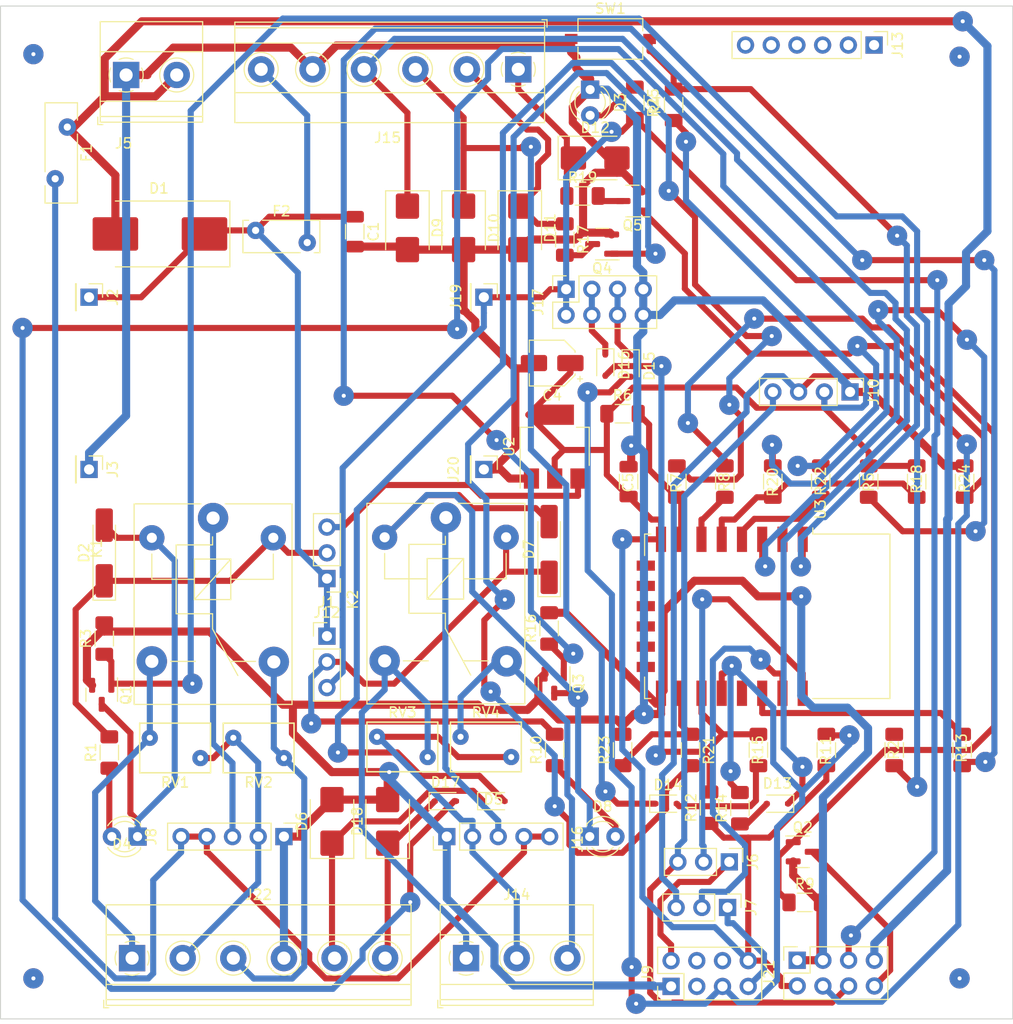
<source format=kicad_pcb>
(kicad_pcb (version 20221018) (generator pcbnew)
  (layers (0 "F.Cu" signal) (31 "B.Cu" signal) (34 "B.Paste" user) (35 "F.Paste" user) (36 "B.SilkS" user "B.Silkscreen") (37 "F.SilkS" user "F.Silkscreen") (38 "B.Mask" user) (39 "F.Mask" user) (44 "Edge.Cuts" user))
  (net 0 "")
  (net 1 "12V")
  (net 2 "GND")
  (net 3 "+3.3V")
  (net 4 "+12V")
  (net 5 "Net-(D2-K)")
  (net 6 "Net-(D2-A)")
  (net 7 "Net-(D4-A)")
  (net 8 "Net-(D5-K)")
  (net 9 "Net-(D5-A)")
  (net 10 "Net-(D7-K)")
  (net 11 "Net-(D7-A)")
  (net 12 "Net-(D8-A)")
  (net 13 "D0")
  (net 14 "D1")
  (net 15 "LED")
  (net 16 "BEEP")
  (net 17 "Net-(D13-A)")
  (net 18 "Net-(D14-A)")
  (net 19 "D0-RFW26")
  (net 20 "GPIO0")
  (net 21 "D1-RFW26")
  (net 22 "GPIO2")
  (net 23 "Net-(D17-A)")
  (net 24 "12VOUT")
  (net 25 "Net-(J15-Pin_6)")
  (net 26 "+5V")
  (net 27 "TXP")
  (net 28 "SCL{slash}TX")
  (net 29 "SCL")
  (net 30 "RXP")
  (net 31 "SDA{slash}RX")
  (net 32 "SDA")
  (net 33 "Net-(J8-Pin_3)")
  (net 43 "Net-(J14-Pin_1)")
  (net 44 "Net-(J14-Pin_2)")
  (net 45 "Net-(J14-Pin_3)")
  (net 46 "Net-(J16-Pin_3)")
  (net 47 "RST")
  (net 48 "Net-(Q1-B)")
  (net 49 "Net-(Q2-B)")
  (net 50 "Net-(Q3-B)")
  (net 51 "Net-(Q4-B)")
  (net 52 "Net-(Q4-C)")
  (net 53 "Net-(Q5-B)")
  (net 54 "Net-(Q5-C)")
  (net 55 "GPIO4")
  (net 56 "Net-(U3-~{RST})")
  (net 57 "Net-(U3-EN)")
  (net 58 "GPIO13")
  (net 59 "GPIO12")
  (net 60 "GPIO5")
  (net 61 "GPIO14")
  (net 62 "GPIO15")
  (net 63 "GPIO16")
  (net 71 "BTN")
  (net 72 "Net-(J22-Pin_2)")
  (net 73 "Net-(J22-Pin_1)")
  (net 74 "Net-(J22-Pin_3)")
  (net 75 "Net-(D3-A)")
  (footprint "TerminalBlock_Phoenix:TerminalBlock_Phoenix_MKDS-1,5-6_1x06_P5.00mm_Horizontal" (layer "F.Cu") (at 33.25 119)
    (fp_text reference "J22")
    (fp_text value "LOCK")
  )
  (footprint "RF_Module:ESP-12E" (layer "F.Cu") (at 96 85.25 -90)
    (fp_text reference "U3")
    (fp_text value "ESP-12F")
  )
  (footprint "Diode_SMD:D_SMB" (layer "F.Cu") (at 79 40)
    (fp_text reference "D12")
    (fp_text value "SM6T6V8A")
  )
  (footprint "Resistor_SMD:R_1206_3216Metric_Pad1.30x1.75mm_HandSolder" (layer "F.Cu") (at 81.7083 98.45 90)
    (fp_text reference "R23")
    (fp_text value "10K")
  )
  (footprint "Varistor:RV_Disc_D7mm_W4.9mm_P5mm" (layer "F.Cu") (at 62.45 99.15 180)
    (fp_text reference "RV3")
    (fp_text value "470KD07")
  )
  (footprint "Diode_SMD:D_MiniMELF_Handsoldering" (layer "F.Cu") (at 74.45 78.65 90)
    (fp_text reference "D7")
    (fp_text value "1N4148")
  )
  (footprint "Capacitor_SMD:CP_Elec_4x4.5" (layer "F.Cu") (at 74.75 60.25 180)
    (fp_text reference "C4")
    (fp_text value "10uF/16V")
  )
  (footprint "Diode_SMD:D_SOD-323" (layer "F.Cu") (at 64.2 103.5)
    (fp_text reference "D17")
    (fp_text value "1N5819WS")
  )
  (footprint "Connector_PinHeader_2.54mm:PinHeader_1x03_P2.54mm_Vertical" (layer "F.Cu") (at 92.25 109.5 -90)
    (fp_text reference "J6")
    (fp_text value "RX_select")
  )
  (footprint "Resistor_SMD:R_1206_3216Metric_Pad1.30x1.75mm_HandSolder" (layer "F.Cu") (at 87.0686 71.95 -90)
    (fp_text reference "R7")
    (fp_text value "100")
  )
  (footprint "Resistor_SMD:R_1206_3216Metric_Pad1.30x1.75mm_HandSolder" (layer "F.Cu") (at 82.92 34.55 -90)
    (fp_text reference "R25")
    (fp_text value "330")
  )
  (footprint "Connector_PinHeader_2.54mm:PinHeader_1x03_P2.54mm_Vertical" (layer "F.Cu") (at 52.5 81.525 180)
    (fp_text reference "J1")
    (fp_text value "V-coil1")
  )
  (footprint "Capacitor_SMD:C_1206_3216Metric" (layer "F.Cu") (at 55.25 47.275 -90)
    (fp_text reference "C1")
    (fp_text value "0.1u")
  )
  (footprint "Resistor_SMD:R_1206_3216Metric_Pad1.30x1.75mm_HandSolder" (layer "F.Cu") (at 74.45 86.45 90)
    (fp_text reference "R16")
    (fp_text value "100K")
  )
  (footprint "Connector_PinHeader_2.54mm:PinHeader_1x06_P2.54mm_Vertical" (layer "F.Cu") (at 106.55 28.85 -90)
    (fp_text reference "J13")
    (fp_text value "Conn_01x06_Pin RTC")
  )
  (footprint "LED_THT:LED_D3.0mm" (layer "F.Cu") (at 33.79 107 180)
    (fp_text reference "D4")
    (fp_text value "LED")
  )
  (footprint "TerminalBlock_Phoenix:TerminalBlock_Phoenix_MKDS-1,5-3_1x03_P5.00mm_Horizontal" (layer "F.Cu") (at 66.25 119)
    (fp_text reference "J14")
    (fp_text value "AUX")
  )
  (footprint "TerminalBlock_Phoenix:TerminalBlock_Phoenix_MKDS-1,5-6-5.08_1x06_P5.08mm_Horizontal" (layer "F.Cu") (at 71.4 31.25 180)
    (fp_text reference "J15")
    (fp_text value "READER")
  )
  (footprint "Resistor_SMD:R_1206_3216Metric_Pad1.30x1.75mm_HandSolder" (layer "F.Cu") (at 75 98.45 90)
    (fp_text reference "R10")
    (fp_text value "330")
  )
  (footprint "Diode_SMD:D_SOD-323" (layer "F.Cu") (at 82.5 60.55 -90)
    (fp_text reference "D15")
    (fp_text value "1N5819WS")
  )
  (footprint "Diode_SMD:D_MiniMELF_Handsoldering" (layer "F.Cu") (at 30.5 79 90)
    (fp_text reference "D2")
    (fp_text value "1N4148")
  )
  (footprint "Resistor_SMD:R_1206_3216Metric_Pad1.30x1.75mm_HandSolder" (layer "F.Cu") (at 88.4167 98.45 -90)
    (fp_text reference "R21")
    (fp_text value "10K")
  )
  (footprint "Resistor_SMD:R_1206_3216Metric_Pad1.30x1.75mm_HandSolder" (layer "F.Cu") (at 115.5 71.95 90)
    (fp_text reference "R24")
    (fp_text value "100K")
  )
  (footprint "Fuse:Fuse_Bourns_MF-RHT100" (layer "F.Cu") (at 26.85 36.95 -90)
    (fp_text reference "F1")
    (fp_text value "MF-R110")
  )
  (footprint "Diode_SMD:D_SMB" (layer "F.Cu") (at 58.5 105.5 90)
    (fp_text reference "D18")
    (fp_text value "SM6T6V8A")
  )
  (footprint "Diode_SMD:D_SMB" (layer "F.Cu") (at 60.45 46.9 -90)
    (fp_text reference "D9")
    (fp_text value "SM6T6V8A")
  )
  (footprint "Package_TO_SOT_SMD:SOT-23" (layer "F.Cu") (at 30.25 93 -90)
    (fp_text reference "Q1")
    (fp_text value "MMBT5551L")
  )
  (footprint "Connector_PinHeader_2.54mm:PinHeader_1x01_P2.54mm_Vertical" (layer "F.Cu") (at 29 70.75 -90)
    (fp_text reference "J3")
    (fp_text value "IN-")
  )
  (footprint "Connector_PinHeader_2.54mm:PinHeader_1x01_P2.54mm_Vertical" (layer "F.Cu") (at 68 53.75 -90)
    (fp_text reference "J19")
    (fp_text value "OUT+")
  )
  (footprint "Resistor_SMD:R_1206_3216Metric_Pad1.30x1.75mm_HandSolder" (layer "F.Cu") (at 110.7614 71.95 -90)
    (fp_text reference "R18")
    (fp_text value "10K")
  )
  (footprint "Resistor_SMD:R_1206_3216Metric_Pad1.30x1.75mm_HandSolder" (layer "F.Cu") (at 106.0229 71.95 -90)
    (fp_text reference "R5")
    (fp_text value "10K")
  )
  (footprint "Resistor_SMD:R_1206_3216Metric_Pad1.30x1.75mm_HandSolder" (layer "F.Cu") (at 31 98.7 90)
    (fp_text reference "R1")
    (fp_text value "330")
  )
  (footprint "Resistor_SMD:R_1206_3216Metric_Pad1.30x1.75mm_HandSolder" (layer "F.Cu") (at 90.3 104.15 90)
    (fp_text reference "R12")
    (fp_text value "10K")
  )
  (footprint "Connector_PinHeader_2.54mm:PinHeader_1x05_P2.54mm_Vertical" (layer "F.Cu") (at 48.25 107 -90)
    (fp_text reference "J8")
    (fp_text value "jumpers salida")
  )
  (footprint "Resistor_SMD:R_1206_3216Metric_Pad1.30x1.75mm_HandSolder" (layer "F.Cu") (at 108.5417 98.45 -90)
    (fp_text reference "R2")
    (fp_text value "10K")
  )
  (footprint "Resistor_SMD:R_1206_3216Metric_Pad1.30x1.75mm_HandSolder" (layer "F.Cu") (at 96.5457 71.95 -90)
    (fp_text reference "R20")
    (fp_text value "100")
  )
  (footprint "Varistor:RV_Disc_D7mm_W4.9mm_P5mm" (layer "F.Cu") (at 43.25 97.25)
    (fp_text reference "RV2")
    (fp_text value "470KD07")
  )
  (footprint "Relay_THT:Relay_SPDT_SANYOU_SRD_Series_Form_C" (layer "F.Cu") (at 41.25 75.55 -90)
    (fp_text reference "K1")
    (fp_text value "SANYOU_SRD_Form_C")
  )
  (footprint "Diode_SMD:D_SOD-323" (layer "F.Cu") (at 69 103.5)
    (fp_text reference "D5")
    (fp_text value "1N5819WS")
  )
  (footprint "Diode_SMD:D_SMB" (layer "F.Cu") (at 66 46.9 -90)
    (fp_text reference "D10")
    (fp_text value "SM6T6V8A")
  )
  (footprint "Diode_SMD:D_SMC_Handsoldering" (layer "F.Cu") (at 36 47.5 180)
    (fp_text reference "D1")
    (fp_text value "SS34")
  )
  (footprint "Fuse:Fuse_Bourns_MF-RHT050" (layer "F.Cu") (at 45.45 47.15)
    (fp_text reference "F2")
    (fp_text value "MF-R050")
  )
  (footprint "Resistor_SMD:R_1206_3216Metric_Pad1.30x1.75mm_HandSolder" (layer "F.Cu") (at 95.125 98.45 90)
    (fp_text reference "R15")
    (fp_text value "100")
  )
  (footprint "Connector_PinHeader_2.54mm:PinHeader_1x01_P2.54mm_Vertical" (layer "F.Cu") (at 29 53.75 -90)
    (fp_text reference "J2")
    (fp_text value "IN+")
  )
  (footprint "Diode_SMD:D_SOD-323" (layer "F.Cu") (at 80 60.45 -90)
    (fp_text reference "D16")
    (fp_text value "1N5819WS")
  )
  (footprint "Resistor_SMD:R_1206_3216Metric_Pad1.30x1.75mm_HandSolder" (layer "F.Cu") (at 91.8071 71.95 90)
    (fp_text reference "R8")
    (fp_text value "10K")
  )
  (footprint "Resistor_SMD:R_1206_3216Metric_Pad1.30x1.75mm_HandSolder" (layer "F.Cu") (at 115.25 98.45 -90)
    (fp_text reference "R13")
    (fp_text value "10K")
  )
  (footprint "Resistor_SMD:R_1206_3216Metric_Pad1.30x1.75mm_HandSolder" (layer "F.Cu") (at 101.2843 71.95 90)
    (fp_text reference "R22")
    (fp_text value "10K")
  )
  (footprint "Varistor:RV_Disc_D7mm_W4.9mm_P5mm" (layer "F.Cu") (at 70.7 99.15 180)
    (fp_text reference "RV4")
    (fp_text value "470KD07")
  )
  (footprint "Connector_PinHeader_2.54mm:PinHeader_1x01_P2.54mm_Vertical" (layer "F.Cu") (at 68 70.75 -90)
    (fp_text reference "J20")
    (fp_text value "OUT-")
  )
  (footprint "Connector_PinHeader_2.54mm:PinHeader_1x04_P2.54mm_Vertical" (layer "F.Cu") (at 104.18 63.1 -90)
    (fp_text reference "J10")
    (fp_text value "RTC")
  )
  (footprint "Package_TO_SOT_SMD:SOT-23" (layer "F.Cu") (at 82.6875 44.25 180)
    (fp_text reference "Q5")
    (fp_text value "MMBT5551L")
  )
  (footprint "Resistor_SMD:R_1206_3216Metric_Pad1.30x1.75mm_HandSolder" (layer "F.Cu") (at 30.5 87.45 90)
    (fp_text reference "R3")
    (fp_text value "100K")
  )
  (footprint "Connector_PinHeader_2.54mm:PinHeader_1x03_P2.54mm_Vertical" (layer "F.Cu") (at 52.5 87.21)
    (fp_text reference "J12")
    (fp_text value "V-coil2")
  )
  (footprint "Package_TO_SOT_SMD:SOT-23" (layer "F.Cu") (at 99.5 108.5)
    (fp_text reference "Q2")
    (fp_text value "MMBT5551L")
  )
  (footprint "Resistor_SMD:R_1206_3216Metric_Pad1.30x1.75mm_HandSolder" (layer "F.Cu") (at 76 48.05 -90)
    (fp_text reference "R17")
    (fp_text value "100")
  )
  (footprint "Button_Switch_SMD:SW_Tactile_SPST_NO_Straight_CK_PTS636Sx25SMTRLFS" (layer "F.Cu") (at 80.5 28.25)
    (fp_text reference "SW1")
    (fp_text value "RESET")
  )
  (footprint "Connector_PinHeader_2.54mm:PinHeader_1x03_P2.54mm_Vertical" (layer "F.Cu") (at 92.08 114 -90)
    (fp_text reference "J7")
    (fp_text value "TX_select")
  )
  (footprint "Diode_SMD:D_SMB" (layer "F.Cu") (at 71.55 46.9 -90)
    (fp_text reference "D11")
    (fp_text value "SM6T6V8A")
  )
  (footprint "Connector_PinSocket_2.54mm:PinSocket_2x04_P2.54mm_Vertical" (layer "F.Cu") (at 98.96 119.21 90)
    (fp_text reference "J21")
    (fp_text value "I2C")
  )
  (footprint "Resistor_SMD:R_1206_3216Metric_Pad1.30x1.75mm_HandSolder" (layer "F.Cu") (at 93.3 104.2 90)
    (fp_text reference "R14")
    (fp_text value "100")
  )
  (footprint "Capacitor_SMD:C_1206_3216Metric" (layer "F.Cu") (at 82.3 71.95 -90)
    (fp_text reference "C5")
    (fp_text value "0.1u")
  )
  (footprint "LED_THT:LED_D3.0mm" (layer "F.Cu") (at 78.5 33.25 -90)
    (fp_text reference "D3")
    (fp_text value "LED")
  )
  (footprint "Resistor_SMD:R_1206_3216Metric_Pad1.30x1.75mm_HandSolder" (layer "F.Cu") (at 77.75 43.75)
    (fp_text reference "R19")
    (fp_text value "100")
  )
  (footprint "Resistor_SMD:R_1206_3216Metric_Pad1.30x1.75mm_HandSolder" (layer "F.Cu") (at 86.75 34.75 90)
    (fp_text reference "R4")
    (fp_text value "10K")
  )
  (footprint "TerminalBlock_Phoenix:TerminalBlock_Phoenix_MKDS-1,5-2_1x02_P5.00mm_Horizontal" (layer "F.Cu") (at 32.66 31.805)
    (fp_text reference "J5")
    (fp_text value "IN 12V")
  )
  (footprint "Package_TO_SOT_SMD:SOT-223-3_TabPin2" (layer "F.Cu") (at 75 68.5 90)
    (fp_text reference "U2")
    (fp_text value "AMS1117-3.3")
  )
  (footprint "Resistor_SMD:R_1206_3216Metric_Pad1.30x1.75mm_HandSolder" (layer "F.Cu") (at 81.7 65.25)
    (fp_text reference "R6")
    (fp_text value "10K")
  )
  (footprint "Resistor_SMD:R_1206_3216Metric_Pad1.30x1.75mm_HandSolder" (layer "F.Cu") (at 101.8333 98.45 90)
    (fp_text reference "R11")
    (fp_text value "10K")
  )
  (footprint "Package_TO_SOT_SMD:SOT-23" (layer "F.Cu") (at 74.95 91.9 -90)
    (fp_text reference "Q3")
    (fp_text value "MMBT5551L")
  )
  (footprint "Connector_PinHeader_2.54mm:PinHeader_2x04_P2.54mm_Vertical" (layer "F.Cu") (at 86.5 121.79 90)
    (fp_text reference "J9")
    (fp_text value "PROG")
  )
  (footprint "Diode_SMD:D_SMB" (layer "F.Cu") (at 53 105.5 90)
    (fp_text reference "D6")
    (fp_text value "SM6T6V8A")
  )
  (footprint "Package_TO_SOT_SMD:SOT-23" (layer "F.Cu") (at 79.6875 48.5 180)
    (fp_text reference "Q4")
    (fp_text value "MMBT5551L")
  )
  (footprint "Diode_SMD:D_SOD-323" (layer "F.Cu") (at 97 103.75 180)
    (fp_text reference "D13")
    (fp_text value "1N5819WS")
  )
  (footprint "Connector_PinSocket_2.54mm:PinSocket_2x04_P2.54mm_Vertical" (layer "F.Cu") (at 76.13 52.96 90)
    (fp_text reference "J17")
    (fp_text value "RFW26")
  )
  (footprint "Resistor_SMD:R_1206_3216Metric_Pad1.30x1.75mm_HandSolder" (layer "F.Cu") (at 99.7 113.5)
    (fp_text reference "R9")
    (fp_text value "100K")
  )
  (footprint "Relay_THT:Relay_SPDT_SANYOU_SRD_Series_Form_C" (layer "F.Cu") (at 64.25 75.5 -90)
    (fp_text reference "K2")
    (fp_text value "SANYOU_SRD_Form_C")
  )
  (footprint "Connector_PinHeader_2.54mm:PinHeader_1x05_P2.54mm_Vertical" (layer "F.Cu") (at 64.34 107 90)
    (fp_text reference "J16")
    (fp_text value "jumpers salida")
  )
  (footprint "Varistor:RV_Disc_D7mm_W4.9mm_P5mm" (layer "F.Cu") (at 35 97.25)
    (fp_text reference "RV1")
    (fp_text value "470KD07")
  )
  (footprint "LED_THT:LED_D3.0mm" (layer "F.Cu") (at 78.46 107)
    (fp_text reference "D8")
    (fp_text value "LED")
  )
  (footprint "Diode_SMD:D_SOD-323" (layer "F.Cu") (at 86 103.75)
    (fp_text reference "D14")
    (fp_text value "1N5819WS")
  )
  (gr_rect (start 20.25 25) (end 120.25 125) (stroke (width 0.1)) (fill none) (layer "Edge.Cuts"))
  (via (at 23.5 29.75) (size 2) (drill 0.4) (layers "F.Cu" "B.Cu") (net 0))
  (via (at 23.5 121) (size 2) (drill 0.4) (layers "F.Cu" "B.Cu") (net 0))
  (via (at 115 121) (size 2) (drill 0.4) (layers "F.Cu" "B.Cu") (net 0))
  (via (at 115 30) (size 2) (drill 0.4) (layers "F.Cu" "B.Cu") (net 0))
  (segment (start 29 53.75) (end 34.15 53.75) (width 0.6) (layer "F.Cu") (net 1))
  (segment (start 46.8 45.8) (end 55.25 45.8) (width 0.6) (layer "F.Cu") (net 1))
  (segment (start 45.45 47.15) (end 40.75 47.15) (width 0.6) (layer "F.Cu") (net 1))
  (segment (start 40.75 47.15) (end 40.4 47.5) (width 0.6) (layer "F.Cu") (net 1))
  (segment (start 34.15 53.75) (end 40.4 47.5) (width 0.6) (layer "F.Cu") (net 1))
  (segment (start 45.45 47.15) (end 46.8 45.8) (width 0.6) (layer "F.Cu") (net 1))
  (segment (start 52.5 87.21) (end 52.5 81.525) (width 0.6) (layer "B.Cu") (net 1))
  (segment (start 49.6253 78.6503) (end 52.5 81.525) (width 0.6) (layer "B.Cu") (net 1))
  (segment (start 49.6253 51.3253) (end 49.6253 78.6503) (width 0.6) (layer "B.Cu") (net 1))
  (segment (start 45.45 47.15) (end 49.6253 51.3253) (width 0.6) (layer "B.Cu") (net 1))
  (segment (start 82.3 70.475) (end 82.5557 70.2193) (width 0.8) (layer "F.Cu") (net 2))
  (segment (start 68.9122 70.75) (end 71.1117 68.5505) (width 0.8) (layer "F.Cu") (net 2))
  (segment (start 49.1364 93.9762) (end 67.4139 93.9762) (width 0.8) (layer "F.Cu") (net 2))
  (segment (start 58.5 100.6318) (end 58.6489 100.6318) (width 0.8) (layer "F.Cu") (net 2))
  (segment (start 77.8037 47.3674) (end 77.8037 42.6742) (width 0.8) (layer "F.Cu") (net 2))
  (segment (start 76.625 29.5519) (end 77.1352 30.0621) (width 0.8) (layer "F.Cu") (net 2))
  (segment (start 82.8436 94.9019) (end 81.7083 96.0372) (width 0.8) (layer "F.Cu") (net 2))
  (segment (start 79.0217 41.4562) (end 81.15 41.4562) (width 0.8) (layer "F.Cu") (net 2))
  (segment (start 81.7812 41.4562) (end 83.625 43.3) (width 0.8) (layer "F.Cu") (net 2))
  (segment (start 48.25 107) (end 49.9019 107) (width 0.8) (layer "F.Cu") (net 2))
  (segment (start 73.3857 93.416) (end 73.3857 91.5768) (width 0.8) (layer "F.Cu") (net 2))
  (segment (start 60.45 49.05) (end 60.15 48.75) (width 0.8) (layer "F.Cu") (net 2))
  (segment (start 88.8013 81.7448) (end 93.5403 81.7448) (width 0.8) (layer "F.Cu") (net 2))
  (segment (start 77.8037 42.6742) (end 79.0217 41.4562) (width 0.8) (layer "F.Cu") (net 2))
  (segment (start 71.1117 68.5505) (end 71.1117 60.776) (width 0.8) (layer "F.Cu") (net 2))
  (segment (start 80.3031 40) (end 81.15 40) (width 0.8) (layer "F.Cu") (net 2))
  (segment (start 77.7079 47.3674) (end 77.0253 48.05) (width 0.8) (layer "F.Cu") (net 2))
  (segment (start 72.7 71.65) (end 70.5519 71.65) (width 0.8) (layer "F.Cu") (net 2))
  (segment (start 85.7564 92.5936) (end 85.7564 84.7897) (width 0.8) (layer "F.Cu") (net 2))
  (segment (start 58.5 103.35) (end 58.5 100.6318) (width 0.8) (layer "F.Cu") (net 2))
  (segment (start 104.18 63.1) (end 105.8319 63.1) (width 0.8) (layer "F.Cu") (net 2))
  (segment (start 73.3857 91.5768) (end 74 90.9625) (width 0.8) (layer "F.Cu") (net 2))
  (segment (start 49.1364 96.7923) (end 52.9759 100.6318) (width 0.8) (layer "F.Cu") (net 2))
  (segment (start 78.5 33.25) (end 76.786 34.964) (width 0.8) (layer "F.Cu") (net 2))
  (segment (start 83.818 94.9019) (end 82.8436 94.9019) (width 0.8) (layer "F.Cu") (net 2))
  (segment (start 34.7619 31.805) (end 34.7619 31.6736) (width 0.8) (layer "F.Cu") (net 2))
  (segment (start 68.9122 70.75) (end 69.6519 70.75) (width 0.8) (layer "F.Cu") (net 2))
  (segment (start 48.1461 93.9762) (end 40.9251 86.7552) (width 0.8) (layer "F.Cu") (net 2))
  (segment (start 32.66 31.805) (end 34.7619 31.805) (width 0.8) (layer "F.Cu") (net 2))
  (segment (start 40.9251 86.7552) (end 30.5 86.7552) (width 0.8) (layer "F.Cu") (net 2))
  (segment (start 77.8037 47.3674) (end 77.7079 47.3674) (width 0.8) (layer "F.Cu") (net 2))
  (segment (start 101.5 119.21) (end 101.25 119.21) (width 0.8) (layer "F.Cu") (net 2))
  (segment (start 77.0253 48.05) (end 72.55 48.05) (width 0.8) (layer "F.Cu") (net 2))
  (segment (start 78.1907 32.1888) (end 78.5 32.1888) (width 0.8) (layer "F.Cu") (net 2))
  (segment (start 101.25 119.21) (end 101.25 113.5) (width 0.8) (layer "F.Cu") (net 2))
  (segment (start 75.4129 95.4432) (end 81.1143 95.4432) (width 0.8) (layer "F.Cu") (net 2))
  (segment (start 98.5625 109.45) (end 98.5625 110.8125) (width 0.8) (layer "F.Cu") (net 2))
  (segment (start 76.0572 84.9) (end 74.45 84.9) (width 0.8) (layer "F.Cu") (net 2))
  (segment (start 98.5625 110.8125) (end 101.25 113.5) (width 0.8) (layer "F.Cu") (net 2))
  (segment (start 53 103.35) (end 49.9019 106.4481) (width 0.8) (layer "F.Cu") (net 2))
  (segment (start 80.4424 47.3674) (end 77.8037 47.3674) (width 0.8) (layer "F.Cu") (net 2))
  (segment (start 37.3315 29.104) (end 48.934 29.104) (width 0.8) (layer "F.Cu") (net 2))
  (segment (start 53 103.35) (end 58.5 103.35) (width 0.8) (layer "F.Cu") (net 2))
  (segment (start 76.625 28.9009) (end 76.625 29.5519) (width 0.8) (layer "F.Cu") (net 2))
  (segment (start 76.625 28.9009) (end 53.4291 28.9009) (width 0.8) (layer "F.Cu") (net 2))
  (segment (start 95.0803 83.2848) (end 99.357 83.2848) (width 0.8) (layer "F.Cu") (net 2))
  (segment (start 28.7895 88.145) (end 28.7895 91.552) (width 0.8) (layer "F.Cu") (net 2))
  (segment (start 66 49.05) (end 60.45 49.05) (width 0.8) (layer "F.Cu") (net 2))
  (segment (start 49.1364 93.9762) (end 48.1461 93.9762) (width 0.8) (layer "F.Cu") (net 2))
  (segment (start 76.786 34.964) (end 76.786 36.4829) (width 0.8) (layer "F.Cu") (net 2))
  (segment (start 34.7619 31.6736) (end 37.3315 29.104) (width 0.8) (layer "F.Cu") (net 2))
  (segment (start 72.3147 94.487) (end 73.3857 93.416) (width 0.8) (layer "F.Cu") (net 2))
  (segment (start 77.1352 31.1333) (end 78.1907 32.1888) (width 0.8) (layer "F.Cu") (net 2))
  (segment (start 30.5 86.7552) (end 30.1793 86.7552) (width 0.8) (layer "F.Cu") (net 2))
  (segment (start 85.0331 93.8759) (end 76.0572 84.9) (width 0.8) (layer "F.Cu") (net 2))
  (segment (start 72.55 48.05) (end 71.55 49.05) (width 0.8) (layer "F.Cu") (net 2))
  (segment (start 85.5 92.85) (end 85.7564 92.5936) (width 0.8) (layer "F.Cu") (net 2))
  (segment (start 82.5557 70.2193) (end 82.5557 68.4061) (width 0.8) (layer "F.Cu") (net 2))
  (segment (start 85.5 93.3629) (end 85.5 93.8759) (width 0.8) (layer "F.Cu") (net 2))
  (segment (start 73.3857 93.416) (end 75.4129 95.4432) (width 0.8) (layer "F.Cu") (net 2))
  (segment (start 101.25 119.21) (end 98.96 119.21) (width 0.8) (layer "F.Cu") (net 2))
  (segment (start 68.826 70.75) (end 68.9122 70.75) (width 0.8) (layer "F.Cu") (net 2))
  (segment (start 68 70.75) (end 68.826 70.75) (width 0.8) (layer "F.Cu") (net 2))
  (segment (start 113.5604 70.4) (end 115.5 70.4) (width 0.8) (layer "F.Cu") (net 2))
  (segment (start 81.1143 95.4432) (end 81.7083 96.0372) (width 0.8) (layer "F.Cu") (net 2))
  (segment (start 49.9019 106.4481) (end 49.9019 107) (width 0.8) (layer "F.Cu") (net 2))
  (segment (start 76.625 28.25) (end 76.625 28.9009) (width 0.8) (layer "F.Cu") (net 2))
  (segment (start 67.1636 56.8279) (end 67.1636 56.1406) (width 0.8) (layer "F.Cu") (net 2))
  (segment (start 85.7564 84.7897) (end 88.8013 81.7448) (width 0.8) (layer "F.Cu") (net 2))
  (segment (start 93.5403 81.7448) (end 95.0803 83.2848) (width 0.8) (layer "F.Cu") (net 2))
  (segment (start 76.786 36.4829) (end 80.3031 40) (width 0.8) (layer "F.Cu") (net 2))
  (segment (start 105.8319 63.1) (end 106.2604 63.1) (width 0.8) (layer "F.Cu") (net 2))
  (segment (start 66.1082 55.0852) (end 66 55.0852) (width 0.8) (layer "F.Cu") (net 2))
  (segment (start 81.15 41.4562) (end 81.15 40) (width 0.8) (layer "F.Cu") (net 2))
  (segment (start 71.1117 60.776) (end 72.424 60.776) (width 0.8) (layer "F.Cu") (net 2))
  (segment (start 106.2604 63.1) (end 113.5604 70.4) (width 0.8) (layer "F.Cu") (net 2))
  (segment (start 67.9247 94.487) (end 72.3147 94.487) (width 0.8) (layer "F.Cu") (net 2))
  (segment (start 71.1117 60.776) (end 67.1636 56.8279) (width 0.8) (layer "F.Cu") (net 2))
  (segment (start 85.5 93.8759) (end 85.0331 93.8759) (width 0.8) (layer "F.Cu") (net 2))
  (segment (start 52.9759 100.6318) (end 58.5 100.6318) (width 0.8) (layer "F.Cu") (net 2))
  (segment (start 78.5 32.1888) (end 78.5 33.25) (width 0.8) (layer "F.Cu") (net 2))
  (segment (start 28.7895 91.552) (end 29.3 92.0625) (width 0.8) (layer "F.Cu") (net 2))
  (segment (start 77.1352 30.0621) (end 77.1352 31.1333) (width 0.8) (layer "F.Cu") (net 2))
  (segment (start 67.1636 56.1406) (end 66.1082 55.0852) (width 0.8) (layer "F.Cu") (net 2))
  (segment (start 85.5 93.8759) (end 85.5 94.9019) (width 0.8) (layer "F.Cu") (net 2))
  (segment (start 70.5519 71.65) (end 69.6519 70.75) (width 0.8) (layer "F.Cu") (net 2))
  (segment (start 80.625 47.55) (end 80.4424 47.3674) (width 0.8) (layer "F.Cu") (net 2))
  (segment (start 72.424 60.776) (end 72.95 60.25) (width 0.8) (layer "F.Cu") (net 2))
  (segment (start 71.55 49.05) (end 66 49.05) (width 0.8) (layer "F.Cu") (net 2))
  (segment (start 85.5 93.3629) (end 85.5 92.85) (width 0.8) (layer "F.Cu") (net 2))
  (segment (start 30.1793 86.7552) (end 28.7895 88.145) (width 0.8) (layer "F.Cu") (net 2))
  (segment (start 53.4291 28.9009) (end 51.08 31.25) (width 0.8) (layer "F.Cu") (net 2))
  (segment (start 60.15 48.75) (end 55.25 48.75) (width 0.8) (layer "F.Cu") (net 2))
  (segment (start 48.934 29.104) (end 51.08 31.25) (width 0.8) (layer "F.Cu") (net 2))
  (segment (start 66 55.0852) (end 66 49.05) (width 0.8) (layer "F.Cu") (net 2))
  (segment (start 85.5 94.9019) (end 83.818 94.9019) (width 0.8) (layer "F.Cu") (net 2))
  (segment (start 49.1364 93.9762) (end 49.1364 96.7923) (width 0.8) (layer "F.Cu") (net 2))
  (segment (start 67.4139 93.9762) (end 67.9247 94.487) (width 0.8) (layer "F.Cu") (net 2))
  (segment (start 30.5 86.7552) (end 30.5 85.9) (width 0.8) (layer "F.Cu") (net 2))
  (segment (start 81.7083 96.9) (end 81.7083 96.0372) (width 0.8) (layer "F.Cu") (net 2))
  (segment (start 81.15 41.4562) (end 81.7812 41.4562) (width 0.8) (layer "F.Cu") (net 2))
  (via (at 99.357 83.2848) (size 2) (drill 0.4) (layers "F.Cu" "B.Cu") (net 2))
  (via (at 82.5557 68.4061) (size 2) (drill 0.4) (layers "F.Cu" "B.Cu") (net 2))
  (via (at 58.6489 100.6318) (size 2) (drill 0.4) (layers "F.Cu" "B.Cu") (net 2))
  (via (at 83.818 94.9019) (size 2) (drill 0.4) (layers "F.Cu" "B.Cu") (net 2))
  (segment (start 83.75 55.5) (end 83.75 57.1519) (width 0.8) (layer "B.Cu") (net 2))
  (segment (start 83.818 69.0683) (end 83.1558 68.4061) (width 0.8) (layer "B.Cu") (net 2))
  (segment (start 84.8481 121.79) (end 84.7583 121.7002) (width 0.8) (layer "B.Cu") (net 2))
  (segment (start 83.75 57.1519) (end 83.1558 57.7461) (width 0.8) (layer "B.Cu") (net 2))
  (segment (start 69.0506 119.7797) (end 69.0506 117.803) (width 0.8) (layer "B.Cu") (net 2))
  (segment (start 83.818 94.9019) (end 83.818 69.0683) (width 0.8) (layer "B.Cu") (net 2))
  (segment (start 99.357 93.0855) (end 99.357 83.2848) (width 0.8) (layer "B.Cu") (net 2))
  (segment (start 95.5752 54.0607) (end 104.18 62.6655) (width 0.8) (layer "B.Cu") (net 2))
  (segment (start 29 69.0981) (end 32.66 65.4381) (width 0.8) (layer "B.Cu") (net 2))
  (segment (start 83.75 52.96) (end 83.75 51.3081) (width 0.8) (layer "B.Cu") (net 2))
  (segment (start 32.66 65.4381) (end 32.66 31.805) (width 0.8) (layer "B.Cu") (net 2))
  (segment (start 85.4019 55.5) (end 86.8412 54.0607) (width 0.8) (layer "B.Cu") (net 2))
  (segment (start 101.5 103.128) (end 105.957 98.671) (width 0.8) (layer "B.Cu") (net 2))
  (segment (start 104.18 62.6655) (end 104.18 63.1) (width 0.8) (layer "B.Cu") (net 2))
  (segment (start 105.957 96.3014) (end 103.9284 94.2728) (width 0.8) (layer "B.Cu") (net 2))
  (segment (start 58.6489 101.3089) (end 58.6489 100.6318) (width 0.8) (layer "B.Cu") (net 2))
  (segment (start 69.0506 117.803) (end 64.34 113.0924) (width 0.8) (layer "B.Cu") (net 2))
  (segment (start 83.75 55.5) (end 83.75 52.96) (width 0.8) (layer "B.Cu") (net 2))
  (segment (start 105.957 98.671) (end 105.957 96.3014) (width 0.8) (layer "B.Cu") (net 2))
  (segment (start 29 70.75) (end 29 69.0981) (width 0.8) (layer "B.Cu") (net 2))
  (segment (start 86.8412 54.0607) (end 95.5752 54.0607) (width 0.8) (layer "B.Cu") (net 2))
  (segment (start 64.34 113.0924) (end 64.34 107) (width 0.8) (layer "B.Cu") (net 2))
  (segment (start 48.25 107) (end 48.25 119) (width 0.8) (layer "B.Cu") (net 2))
  (segment (start 86.5 121.79) (end 84.8481 121.79) (width 0.8) (layer "B.Cu") (net 2))
  (segment (start 84.7583 121.7002) (end 70.9711 121.7002) (width 0.8) (layer "B.Cu") (net 2))
  (segment (start 83.1558 68.4061) (end 82.5557 68.4061) (width 0.8) (layer "B.Cu") (net 2))
  (segment (start 101.5 119.21) (end 101.5 103.128) (width 0.8) (layer "B.Cu") (net 2))
  (segment (start 103.9284 94.2728) (end 100.5443 94.2728) (width 0.8) (layer "B.Cu") (net 2))
  (segment (start 64.34 107) (end 58.6489 101.3089) (width 0.8) (layer "B.Cu") (net 2))
  (segment (start 100.5443 94.2728) (end 99.357 93.0855) (width 0.8) (layer "B.Cu") (net 2))
  (segment (start 83.75 55.5) (end 85.4019 55.5) (width 0.8) (layer "B.Cu") (net 2))
  (segment (start 80.2019 33.25) (end 83.1337 36.1818) (width 0.8) (layer "B.Cu") (net 2))
  (segment (start 83.1558 57.7461) (end 83.1558 68.4061) (width 0.8) (layer "B.Cu") (net 2))
  (segment (start 78.5 33.25) (end 80.2019 33.25) (width 0.8) (layer "B.Cu") (net 2))
  (segment (start 83.1337 36.1818) (end 83.1337 50.6918) (width 0.8) (layer "B.Cu") (net 2))
  (segment (start 70.9711 121.7002) (end 69.0506 119.7797) (width 0.8) (layer "B.Cu") (net 2))
  (segment (start 83.1337 50.6918) (end 83.75 51.3081) (width 0.8) (layer "B.Cu") (net 2))
  (segment (start 98.96 121.75) (end 97.4081 121.75) (width 0.6) (layer "F.Cu") (net 3))
  (segment (start 101.64 63.1) (end 101.64 64.6519) (width 0.6) (layer "F.Cu") (net 3))
  (segment (start 72.3981 65.35) (end 75.8764 68.8282) (width 0.6) (layer "F.Cu") (net 3))
  (segment (start 75.8764 68.8282) (end 75 69.7046) (width 0.6) (layer "F.Cu") (net 3))
  (segment (start 72.3981 65.35) (end 76.55 61.1981) (width 0.6) (layer "F.Cu") (net 3))
  (segment (start 80.15 68.8282) (end 75.8764 68.8282) (width 0.6) (layer "F.Cu") (net 3))
  (segment (start 80.15 68.8282) (end 80.15 71.275) (width 0.6) (layer "F.Cu") (net 3))
  (segment (start 106.0229 70.4) (end 106.0229 69.0348) (width 0.6) (layer "F.Cu") (net 3))
  (segment (start 94.12 107.1049) (end 96.1803 107.1049) (width 0.6) (layer "F.Cu") (net 3))
  (segment (start 106.0229 69.0348) (end 101.64 64.6519) (width 0.6) (layer "F.Cu") (net 3))
  (segment (start 101.8333 101.4519) (end 101.8333 100) (width 0.6) (layer "F.Cu") (net 3))
  (segment (start 82.7371 62.6629) (end 92.958 62.6629) (width 0.6) (layer "F.Cu") (net 3))
  (segment (start 80.15 65.25) (end 82.7371 62.6629) (width 0.6) (layer "F.Cu") (net 3))
  (segment (start 87.9703 37.5203) (end 87.9703 38.3934) (width 0.6) (layer "F.Cu") (net 3))
  (segment (start 80.15 65.25) (end 80.15 68.8282) (width 0.6) (layer "F.Cu") (net 3))
  (segment (start 90.3 105.7) (end 91.7049 107.1049) (width 0.6) (layer "F.Cu") (net 3))
  (segment (start 94.12 119.25) (end 94.12 117.6981) (width 0.6) (layer "F.Cu") (net 3))
  (segment (start 75 65.35) (end 72.3981 65.35) (width 0.6) (layer "F.Cu") (net 3))
  (segment (start 92.958 62.6629) (end 94.947 64.6519) (width 0.6) (layer "F.Cu") (net 3))
  (segment (start 94.12 119.25) (end 95.6719 119.25) (width 0.6) (layer "F.Cu") (net 3))
  (segment (start 76.55 61.1981) (end 76.55 60.25) (width 0.6) (layer "F.Cu") (net 3))
  (segment (start 80.15 71.275) (end 82.3 73.425) (width 0.6) (layer "F.Cu") (net 3))
  (segment (start 94.947 64.6519) (end 101.64 64.6519) (width 0.6) (layer "F.Cu") (net 3))
  (segment (start 85.5 77.65) (end 81.679 77.65) (width 0.6) (layer "F.Cu") (net 3))
  (segment (start 95.6719 119.25) (end 97.4081 120.9862) (width 0.6) (layer "F.Cu") (net 3))
  (segment (start 85.5 75.6981) (end 84.5731 75.6981) (width 0.6) (layer "F.Cu") (net 3))
  (segment (start 86.75 36.3) (end 87.9703 37.5203) (width 0.6) (layer "F.Cu") (net 3))
  (segment (start 96.1803 107.1049) (end 101.8333 101.4519) (width 0.6) (layer "F.Cu") (net 3))
  (segment (start 91.7049 107.1049) (end 94.12 107.1049) (width 0.6) (layer "F.Cu") (net 3))
  (segment (start 110.7614 70.4) (end 106.0229 70.4) (width 0.6) (layer "F.Cu") (net 3))
  (segment (start 85.5 77.65) (end 85.5 75.6981) (width 0.6) (layer "F.Cu") (net 3))
  (segment (start 94.12 107.1049) (end 94.12 117.6981) (width 0.6) (layer "F.Cu") (net 3))
  (segment (start 75 69.7046) (end 75 71.65) (width 0.6) (layer "F.Cu") (net 3))
  (segment (start 97.4081 120.9862) (end 97.4081 121.75) (width 0.6) (layer "F.Cu") (net 3))
  (segment (start 84.5731 75.6981) (end 82.3 73.425) (width 0.6) (layer "F.Cu") (net 3))
  (via (at 87.9703 38.3934) (size 2) (drill 0.4) (layers "F.Cu" "B.Cu") (net 3))
  (via (at 81.679 77.65) (size 2) (drill 0.4) (layers "F.Cu" "B.Cu") (net 3))
  (segment (start 87.9703 44.172) (end 87.9703 38.3934) (width 0.6) (layer "B.Cu") (net 3))
  (segment (start 105.7564 64.2237) (end 105.7564 61.9581) (width 0.6) (layer "B.Cu") (net 3))
  (segment (start 94.12 119.25) (end 90.8126 115.9426) (width 0.6) (layer "B.Cu") (net 3))
  (segment (start 81.679 98.4026) (end 81.679 77.65) (width 0.6) (layer "B.Cu") (net 3))
  (segment (start 86.6444 115.9426) (end 83.6631 112.9613) (width 0.6) (layer "B.Cu") (net 3))
  (segment (start 90.8126 115.9426) (end 86.6444 115.9426) (width 0.6) (layer "B.Cu") (net 3))
  (segment (start 83.6631 100.3867) (end 81.679 98.4026) (width 0.6) (layer "B.Cu") (net 3))
  (segment (start 105.7564 61.9581) (end 87.9703 44.172) (width 0.6) (layer "B.Cu") (net 3))
  (segment (start 105.3282 64.6519) (end 105.7564 64.2237) (width 0.6) (layer "B.Cu") (net 3))
  (segment (start 83.6631 112.9613) (end 83.6631 100.3867) (width 0.6) (layer "B.Cu") (net 3))
  (segment (start 101.64 64.6519) (end 105.3282 64.6519) (width 0.6) (layer "B.Cu") (net 3))
  (segment (start 101.64 63.1) (end 101.64 64.6519) (width 0.6) (layer "B.Cu") (net 3))
  (segment (start 30.5406 33.9077) (end 35.5573 33.9077) (width 0.8) (layer "F.Cu") (net 4))
  (segment (start 35.5573 33.9077) (end 37.66 31.805) (width 0.8) (layer "F.Cu") (net 4))
  (segment (start 30.5406 33.9077) (end 30.5406 30.1836) (width 0.8) (layer "F.Cu") (net 4))
  (segment (start 31.6 47.5) (end 31.6 41.7) (width 0.8) (layer "F.Cu") (net 4))
  (segment (start 27.4983 36.95) (end 30.5406 33.9077) (width 0.8) (layer "F.Cu") (net 4))
  (segment (start 26.85 36.95) (end 27.4983 36.95) (width 0.8) (layer "F.Cu") (net 4))
  (segment (start 34.2192 26.505) (end 115.3098 26.505) (width 0.8) (layer "F.Cu") (net 4))
  (segment (start 30.5406 30.1836) (end 34.2192 26.505) (width 0.8) (layer "F.Cu") (net 4))
  (segment (start 31.6 41.7) (end 26.85 36.95) (width 0.8) (layer "F.Cu") (net 4))
  (via (at 115.3098 26.505) (size 2) (drill 0.4) (layers "F.Cu" "B.Cu") (net 4))
  (segment (start 117.75 28.9452) (end 117.75 47.228515) (width 0.8) (layer "B.Cu") (net 4))
  (segment (start 115.6379 49.340615) (end 115.6379 52.6563) (width 0.8) (layer "B.Cu") (net 4))
  (segment (start 115.6379 52.6563) (end 113.9097 54.3845) (width 0.8) (layer "B.Cu") (net 4))
  (segment (start 113.9097 75.5525) (end 113.771 75.6912) (width 0.8) (layer "B.Cu") (net 4))
  (segment (start 113.771 75.6912) (end 113.771 110.3671) (width 0.8) (layer "B.Cu") (net 4))
  (segment (start 117.75 47.228515) (end 115.6379 49.340615) (width 0.8) (layer "B.Cu") (net 4))
  (segment (start 113.9097 54.3845) (end 113.9097 75.5525) (width 0.8) (layer "B.Cu") (net 4))
  (segment (start 106.58 117.5581) (end 106.58 119.21) (width 0.8) (layer "B.Cu") (net 4))
  (segment (start 115.3098 26.505) (end 117.75 28.9452) (width 0.8) (layer "B.Cu") (net 4))
  (segment (start 113.771 110.3671) (end 106.58 117.5581) (width 0.8) (layer "B.Cu") (net 4))
  (segment (start 48.685 78.985) (end 52.5 78.985) (width 0.6) (layer "F.Cu") (net 5))
  (segment (start 47.2 77.5) (end 48.685 78.985) (width 0.6) (layer "F.Cu") (net 5))
  (segment (start 42.95 81.75) (end 30.5 81.75) (width 0.6) (layer "F.Cu") (net 5))
  (segment (start 27.6713 93.8213) (end 31 97.15) (width 0.6) (layer "F.Cu") (net 5))
  (segment (start 47.2 77.5) (end 42.95 81.75) (width 0.6) (layer "F.Cu") (net 5))
  (segment (start 27.6713 84.5787) (end 27.6713 93.8213) (width 0.6) (layer "F.Cu") (net 5))
  (segment (start 30.5 81.75) (end 27.6713 84.5787) (width 0.6) (layer "F.Cu") (net 5))
  (segment (start 33.0822 104.6903) (end 33.0822 96.7697) (width 0.6) (layer "F.Cu") (net 6))
  (segment (start 33.79 107) (end 33.79 105.3981) (width 0.6) (layer "F.Cu") (net 6))
  (segment (start 31.75 77.5) (end 30.5 76.25) (width 0.6) (layer "F.Cu") (net 6))
  (segment (start 33.79 105.3981) (end 33.0822 104.6903) (width 0.6) (layer "F.Cu") (net 6))
  (segment (start 33.0822 96.7697) (end 30.25 93.9375) (width 0.6) (layer "F.Cu") (net 6))
  (segment (start 35.2 77.5) (end 31.75 77.5) (width 0.6) (layer "F.Cu") (net 6))
  (segment (start 37.4583 79.7583) (end 37.4583 101.7298) (width 0.6) (layer "B.Cu") (net 6))
  (segment (start 37.4583 101.7298) (end 33.79 105.3981) (width 0.6) (layer "B.Cu") (net 6))
  (segment (start 35.2 77.5) (end 37.4583 79.7583) (width 0.6) (layer "B.Cu") (net 6))
  (segment (start 33.79 107) (end 33.79 105.3981) (width 0.6) (layer "B.Cu") (net 6))
  (segment (start 31 106.75) (end 31 100.25) (width 0.6) (layer "F.Cu") (net 7))
  (segment (start 31.25 107) (end 31 106.75) (width 0.6) (layer "F.Cu") (net 7))
  (segment (start 59.6584 105.4999) (end 62.6763 102.482) (width 0.6) (layer "F.Cu") (net 8))
  (segment (start 53 118.75) (end 53.25 119) (width 0.6) (layer "F.Cu") (net 8))
  (segment (start 66.932 102.482) (end 67.95 103.5) (width 0.6) (layer "F.Cu") (net 8))
  (segment (start 53 107.65) (end 55.1501 105.4999) (width 0.6) (layer "F.Cu") (net 8))
  (segment (start 53 107.65) (end 53 118.75) (width 0.6) (layer "F.Cu") (net 8))
  (segment (start 62.6763 102.482) (end 66.932 102.482) (width 0.6) (layer "F.Cu") (net 8))
  (segment (start 55.1501 105.4999) (end 59.6584 105.4999) (width 0.6) (layer "F.Cu") (net 8))
  (segment (start 88.4215 71.7529) (end 92.8817 71.7529) (width 0.6) (layer "F.Cu") (net 9))
  (segment (start 67.5585 101.0085) (end 70.05 103.5) (width 0.6) (layer "F.Cu") (net 9))
  (segment (start 93.385 65.4969) (end 92.2529 64.3648) (width 0.6) (layer "F.Cu") (net 9))
  (segment (start 88.8622 45.8411) (end 86.2684 43.2473) (width 0.6) (layer "F.Cu") (net 9))
  (segment (start 92.8817 71.7529) (end 93.385 71.2496) (width 0.6) (layer "F.Cu") (net 9))
  (segment (start 87.0686 70.4) (end 88.4215 71.7529) (width 0.6) (layer "F.Cu") (net 9))
  (segment (start 93.9505 57.5801) (end 88.8622 52.4918) (width 0.6) (layer "F.Cu") (net 9))
  (segment (start 61.7672 101.0085) (end 67.5585 101.0085) (width 0.6) (layer "F.Cu") (net 9))
  (segment (start 93.385 71.2496) (end 93.385 65.4969) (width 0.6) (layer "F.Cu") (net 9))
  (segment (start 88.8622 52.4918) (end 88.8622 45.8411) (width 0.6) (layer "F.Cu") (net 9))
  (segment (start 53.5873 98.6949) (end 59.4536 98.6949) (width 0.6) (layer "F.Cu") (net 9))
  (segment (start 59.4536 98.6949) (end 61.7672 101.0085) (width 0.6) (layer "F.Cu") (net 9))
  (segment (start 96.4417 57.5801) (end 93.9505 57.5801) (width 0.6) (layer "F.Cu") (net 9))
  (via (at 92.2529 64.3648) (size 2) (drill 0.4) (layers "F.Cu" "B.Cu") (net 9))
  (via (at 96.4417 57.5801) (size 2) (drill 0.4) (layers "F.Cu" "B.Cu") (net 9))
  (via (at 53.5873 98.6949) (size 2) (drill 0.4) (layers "F.Cu" "B.Cu") (net 9))
  (via (at 86.2684 43.2473) (size 2) (drill 0.4) (layers "F.Cu" "B.Cu") (net 9))
  (segment (start 69.8829 37.5268) (end 69.8829 60.3161) (width 0.6) (layer "B.Cu") (net 9))
  (segment (start 80.587 30.613) (end 76.7967 30.613) (width 0.6) (layer "B.Cu") (net 9))
  (segment (start 53.5873 95.2001) (end 53.5873 98.6949) (width 0.6) (layer "B.Cu") (net 9))
  (segment (start 76.7967 30.613) (end 69.8829 37.5268) (width 0.6) (layer "B.Cu") (net 9))
  (segment (start 86.2684 43.2473) (end 86.2684 36.2944) (width 0.6) (layer "B.Cu") (net 9))
  (segment (start 55.4473 93.3401) (end 53.5873 95.2001) (width 0.6) (layer "B.Cu") (net 9))
  (segment (start 92.2529 64.3648) (end 92.2529 61.7689) (width 0.6) (layer "B.Cu") (net 9))
  (segment (start 86.2684 36.2944) (end 80.587 30.613) (width 0.6) (layer "B.Cu") (net 9))
  (segment (start 92.2529 61.7689) (end 96.4417 57.5801) (width 0.6) (layer "B.Cu") (net 9))
  (segment (start 55.4473 74.7517) (end 55.4473 93.3401) (width 0.6) (layer "B.Cu") (net 9))
  (segment (start 69.8829 60.3161) (end 55.4473 74.7517) (width 0.6) (layer "B.Cu") (net 9))
  (segment (start 70.2 77.45) (end 70.2 80.8433) (width 0.6) (layer "F.Cu") (net 10))
  (segment (start 73.7359 95.6359) (end 75 96.9) (width 0.6) (layer "F.Cu") (net 10))
  (segment (start 73.8933 80.8433) (end 70.2 80.8433) (width 0.6) (layer "F.Cu") (net 10))
  (segment (start 50.9481 95.8251) (end 51.1373 95.6359) (width 0.6) (layer "F.Cu") (net 10))
  (segment (start 74.45 81.4) (end 73.8933 80.8433) (width 0.6) (layer "F.Cu") (net 10))
  (segment (start 56.2038 91.9019) (end 54.0519 89.75) (width 0.6) (layer "F.Cu") (net 10))
  (segment (start 51.1373 95.6359) (end 73.7359 95.6359) (width 0.6) (layer "F.Cu") (net 10))
  (segment (start 59.1414 91.9019) (end 56.2038 91.9019) (width 0.6) (layer "F.Cu") (net 10))
  (segment (start 52.5 89.75) (end 54.0519 89.75) (width 0.6) (layer "F.Cu") (net 10))
  (segment (start 70.2 80.8433) (end 59.1414 91.9019) (width 0.6) (layer "F.Cu") (net 10))
  (via (at 50.9481 95.8251) (size 2) (drill 0.4) (layers "F.Cu" "B.Cu") (net 10))
  (segment (start 50.9481 91.3019) (end 50.9481 95.8251) (width 0.6) (layer "B.Cu") (net 10))
  (segment (start 52.5 89.75) (end 50.9481 91.3019) (width 0.6) (layer "B.Cu") (net 10))
  (segment (start 73.1222 74.5722) (end 74.45 75.9) (width 0.6) (layer "F.Cu") (net 11))
  (segment (start 62.3603 73.2897) (end 65.5527 73.2897) (width 0.6) (layer "F.Cu") (net 11))
  (segment (start 76.8762 92.8375) (end 77.3147 93.276) (width 0.6) (layer "F.Cu") (net 11))
  (segment (start 66.8352 74.5722) (end 73.1222 74.5722) (width 0.6) (layer "F.Cu") (net 11))
  (segment (start 65.5527 73.2897) (end 66.8352 74.5722) (width 0.6) (layer "F.Cu") (net 11))
  (segment (start 74.95 92.8375) (end 76.8762 92.8375) (width 0.6) (layer "F.Cu") (net 11))
  (segment (start 58.2 77.45) (end 62.3603 73.2897) (width 0.6) (layer "F.Cu") (net 11))
  (via (at 77.3147 93.276) (size 2) (drill 0.4) (layers "F.Cu" "B.Cu") (net 11))
  (segment (start 78.46 103.6396) (end 77.3147 102.4943) (width 0.6) (layer "B.Cu") (net 11))
  (segment (start 62.3759 73.2741) (end 65.1819 73.2741) (width 0.6) (layer "B.Cu") (net 11))
  (segment (start 66.8505 74.9427) (end 66.8505 82.8118) (width 0.6) (layer "B.Cu") (net 11))
  (segment (start 78.46 107) (end 78.46 105.3981) (width 0.6) (layer "B.Cu") (net 11))
  (segment (start 58.2 77.45) (end 62.3759 73.2741) (width 0.6) (layer "B.Cu") (net 11))
  (segment (start 77.3147 102.4943) (end 77.3147 93.276) (width 0.6) (layer "B.Cu") (net 11))
  (segment (start 66.8505 82.8118) (end 77.3147 93.276) (width 0.6) (layer "B.Cu") (net 11))
  (segment (start 65.1819 73.2741) (end 66.8505 74.9427) (width 0.6) (layer "B.Cu") (net 11))
  (segment (start 78.46 105.3981) (end 78.46 103.6396) (width 0.6) (layer "B.Cu") (net 11))
  (segment (start 81 107) (end 81 106) (width 0.6) (layer "F.Cu") (net 12))
  (segment (start 81 106) (end 75 100) (width 0.6) (layer "F.Cu") (net 12))
  (segment (start 99.4732 102.3268) (end 99.4732 100.1146) (width 0.6) (layer "F.Cu") (net 13))
  (segment (start 56.16 31.25) (end 60.45 35.54) (width 0.6) (layer "F.Cu") (net 13))
  (segment (start 60.45 35.54) (end 60.45 44.75) (width 0.6) (layer "F.Cu") (net 13))
  (segment (start 98.05 103.75) (end 99.4732 102.3268) (width 0.6) (layer "F.Cu") (net 13))
  (via (at 99.4732 100.1146) (size 2) (drill 0.4) (layers "F.Cu" "B.Cu") (net 13))
  (segment (start 59.1703 28.2397) (end 56.16 31.25) (width 0.6) (layer "B.Cu") (net 13))
  (segment (start 93.0116 40.1609) (end 93.0116 39.542) (width 0.6) (layer "B.Cu") (net 13))
  (segment (start 97.6139 98.2553) (end 97.6139 77.8524) (width 0.6) (layer "B.Cu") (net 13))
  (segment (start 109.7896 57.0021) (end 108.6709 55.8834) (width 0.6) (layer "B.Cu") (net 13))
  (segment (start 99.4732 100.1146) (end 97.6139 98.2553) (width 0.6) (layer "B.Cu") (net 13))
  (segment (start 101.2682 74.4638) (end 109.7896 65.9424) (width 0.6) (layer "B.Cu") (net 13))
  (segment (start 93.0116 39.542) (end 81.7093 28.2397) (width 0.6) (layer "B.Cu") (net 13))
  (segment (start 108.6709 54.321) (end 107.6741 53.3242) (width 0.6) (layer "B.Cu") (net 13))
  (segment (start 109.7896 65.9424) (end 109.7896 57.0021) (width 0.6) (layer "B.Cu") (net 13))
  (segment (start 81.7093 28.2397) (end 59.1703 28.2397) (width 0.6) (layer "B.Cu") (net 13))
  (segment (start 107.6741 53.3242) (end 106.1749 53.3242) (width 0.6) (layer "B.Cu") (net 13))
  (segment (start 101.0025 74.4638) (end 101.2682 74.4638) (width 0.6) (layer "B.Cu") (net 13))
  (segment (start 108.6709 55.8834) (end 108.6709 54.321) (width 0.6) (layer "B.Cu") (net 13))
  (segment (start 106.1749 53.3242) (end 93.0116 40.1609) (width 0.6) (layer "B.Cu") (net 13))
  (segment (start 97.6139 77.8524) (end 101.0025 74.4638) (width 0.6) (layer "B.Cu") (net 13))
  (segment (start 71.7811 38.8949) (end 72.6474 38.8949) (width 0.6) (layer "F.Cu") (net 14))
  (segment (start 66 39.0186) (end 71.6574 39.0186) (width 0.6) (layer "F.Cu") (net 14))
  (segment (start 80.0128 102.5423) (end 81.2205 103.75) (width 0.6) (layer "F.Cu") (net 14))
  (segment (start 81.2205 103.75) (end 84.95 103.75) (width 0.6) (layer "F.Cu") (net 14))
  (segment (start 71.6574 39.0186) (end 71.7811 38.8949) (width 0.6) (layer "F.Cu") (net 14))
  (segment (start 66 36.01) (end 66 39.0186) (width 0.6) (layer "F.Cu") (net 14))
  (segment (start 66 39.0186) (end 66 44.75) (width 0.6) (layer "F.Cu") (net 14))
  (segment (start 61.24 31.25) (end 66 36.01) (width 0.6) (layer "F.Cu") (net 14))
  (via (at 80.0128 102.5423) (size 2) (drill 0.4) (layers "F.Cu" "B.Cu") (net 14))
  (via (at 72.6474 38.8949) (size 2) (drill 0.4) (layers "F.Cu" "B.Cu") (net 14))
  (segment (start 76.1451 72.2806) (end 76.1451 85.1293) (width 0.6) (layer "B.Cu") (net 14))
  (segment (start 76.1451 85.1293) (end 79.6505 88.6347) (width 0.6) (layer "B.Cu") (net 14))
  (segment (start 72.6474 68.7829) (end 76.1451 72.2806) (width 0.6) (layer "B.Cu") (net 14))
  (segment (start 79.6505 88.6347) (end 79.6505 102.18) (width 0.6) (layer "B.Cu") (net 14))
  (segment (start 79.6505 102.18) (end 80.0128 102.5423) (width 0.6) (layer "B.Cu") (net 14))
  (segment (start 72.6474 38.8949) (end 72.6474 68.7829) (width 0.6) (layer "B.Cu") (net 14))
  (segment (start 73.3525 37.193) (end 72.263 37.193) (width 0.6) (layer "F.Cu") (net 15))
  (segment (start 73.3593 40.59) (end 74.3493 39.6) (width 0.6) (layer "F.Cu") (net 15))
  (segment (start 76 46.5) (end 73.3 46.5) (width 0.6) (layer "F.Cu") (net 15))
  (segment (start 71.55 44.75) (end 73.3593 42.9407) (width 0.6) (layer "F.Cu") (net 15))
  (segment (start 74.3493 39.6) (end 74.3493 38.1898) (width 0.6) (layer "F.Cu") (net 15))
  (segment (start 74.3493 38.1898) (end 73.3525 37.193) (width 0.6) (layer "F.Cu") (net 15))
  (segment (start 73.3 46.5) (end 71.55 44.75) (width 0.6) (layer "F.Cu") (net 15))
  (segment (start 72.263 37.193) (end 66.32 31.25) (width 0.6) (layer "F.Cu") (net 15))
  (segment (start 73.3593 42.9407) (end 73.3593 40.59) (width 0.6) (layer "F.Cu") (net 15))
  (segment (start 76.2 43.75) (end 76.2 40) (width 0.6) (layer "F.Cu") (net 16))
  (segment (start 76.85 40) (end 76.2 40) (width 0.6) (layer "F.Cu") (net 16))
  (segment (start 76.2 38.0519) (end 71.4 33.2519) (width 0.6) (layer "F.Cu") (net 16))
  (segment (start 76.2 40) (end 76.2 38.0519) (width 0.6) (layer "F.Cu") (net 16))
  (segment (start 71.4 31.25) (end 71.4 33.2519) (width 0.6) (layer "F.Cu") (net 16))
  (segment (start 93.9894 105.75) (end 95.95 103.7894) (width 0.6) (layer "F.Cu") (net 17))
  (segment (start 93.3 105.75) (end 93.9894 105.75) (width 0.6) (layer "F.Cu") (net 17))
  (segment (start 95.95 103.7894) (end 95.95 103.75) (width 0.6) (layer "F.Cu") (net 17))
  (segment (start 87.3029 104.0029) (end 87.05 103.75) (width 0.6) (layer "F.Cu") (net 18))
  (segment (start 94.8779 100.2471) (end 94.8779 103.4445) (width 0.6) (layer "F.Cu") (net 18))
  (segment (start 95.125 100) (end 94.8779 100.2471) (width 0.6) (layer "F.Cu") (net 18))
  (segment (start 94.8779 103.4445) (end 94.3195 104.0029) (width 0.6) (layer "F.Cu") (net 18))
  (segment (start 94.3195 104.0029) (end 87.3029 104.0029) (width 0.6) (layer "F.Cu") (net 18))
  (segment (start 81.21 58.21) (end 82.5 59.5) (width 0.6) (layer "F.Cu") (net 19))
  (segment (start 81.21 55.5) (end 81.21 58.21) (width 0.6) (layer "F.Cu") (net 19))
  (segment (start 81.21 55.5) (end 81.21 52.96) (width 0.6) (layer "B.Cu") (net 19))
  (segment (start 82.5 61.6) (end 81.9855 61.6) (width 0.6) (layer "F.Cu") (net 20))
  (segment (start 91.5 90.8981) (end 91.7363 90.8981) (width 0.6) (layer "F.Cu") (net 20))
  (segment (start 101.8333 96.9) (end 101.9408 97.0075) (width 0.6) (layer "F.Cu") (net 20))
  (segment (start 91.5 92.85) (end 91.5 90.8981) (width 0.6) (layer "F.Cu") (net 20))
  (segment (start 91.7363 90.8981) (end 92.4878 90.1466) (width 0.6) (layer "F.Cu") (net 20))
  (segment (start 92.374 101.724) (end 92.374 100.5429) (width 0.6) (layer "F.Cu") (net 20))
  (segment (start 82.6019 123.0585) (end 83.0455 123.5021) (width 0.6) (layer "F.Cu") (net 20))
  (segment (start 82.6019 119.8828) (end 82.6019 123.0585) (width 0.6) (layer "F.Cu") (net 20))
  (segment (start 80.4431 63.1424) (end 78.2547 63.1424) (width 0.6) (layer "F.Cu") (net 20))
  (segment (start 81.9855 61.6) (end 80.4431 63.1424) (width 0.6) (layer "F.Cu") (net 20))
  (segment (start 101.9408 97.0075) (end 104.1113 97.0075) (width 0.6) (layer "F.Cu") (net 20))
  (segment (start 93.3 102.65) (end 92.374 101.724) (width 0.6) (layer "F.Cu") (net 20))
  (via (at 82.6019 119.8828) (size 2) (drill 0.4) (layers "F.Cu" "B.Cu") (net 20))
  (via (at 104.1113 97.0075) (size 2) (drill 0.4) (layers "F.Cu" "B.Cu") (net 20))
  (via (at 92.4878 90.1466) (size 2) (drill 0.4) (layers "F.Cu" "B.Cu") (net 20))
  (via (at 78.2547 63.1424) (size 2) (drill 0.4) (layers "F.Cu" "B.Cu") (net 20))
  (via (at 92.374 100.5429) (size 2) (drill 0.4) (layers "F.Cu" "B.Cu") (net 20))
  (via (at 83.0455 123.5021) (size 2) (drill 0.4) (layers "F.Cu" "B.Cu") (net 20))
  (segment (start 89.8679 123.5021) (end 91.58 121.79) (width 0.6) (layer "B.Cu") (net 20))
  (segment (start 96.5901 94.2473) (end 92.4878 90.145) (width 0.6) (layer "B.Cu") (net 20))
  (segment (start 78.2547 63.1424) (end 78.2547 80.727) (width 0.6) (layer "B.Cu") (net 20))
  (segment (start 80.6524 100.2077) (end 82.6019 102.1572) (width 0.6) (layer "B.Cu") (net 20))
  (segment (start 83.0455 123.5021) (end 89.8679 123.5021) (width 0.6) (layer "B.Cu") (net 20))
  (segment (start 82.6019 102.1572) (end 82.6019 119.8828) (width 0.6) (layer "B.Cu") (net 20))
  (segment (start 94.7788 123.351) (end 96.9633 121.1665) (width 0.6) (layer "B.Cu") (net 20))
  (segment (start 92.374 90.2588) (end 92.374 100.5429) (width 0.6) (layer "B.Cu") (net 20))
  (segment (start 99.4528 102.5642) (end 104.1113 97.9057) (width 0.6) (layer "B.Cu") (net 20))
  (segment (start 92.4878 90.145) (end 92.374 90.2588) (width 0.6) (layer "B.Cu") (net 20))
  (segment (start 96.9633 106.1085) (end 99.4528 103.619) (width 0.6) (layer "B.Cu") (net 20))
  (segment (start 99.4528 102.5642) (end 96.5901 99.7016) (width 0.6) (layer "B.Cu") (net 20))
  (segment (start 92.4878 90.145) (end 92.4878 90.1466) (width 0.6) (layer "B.Cu") (net 20))
  (segment (start 78.2547 80.727) (end 80.6524 83.1247) (width 0.6) (layer "B.Cu") (net 20))
  (segment (start 80.6524 83.1247) (end 80.6524 100.2077) (width 0.6) (layer "B.Cu") (net 20))
  (segment (start 104.1113 97.9057) (end 104.1113 97.0075) (width 0.6) (layer "B.Cu") (net 20))
  (segment (start 93.141 123.351) (end 94.7788 123.351) (width 0.6) (layer "B.Cu") (net 20))
  (segment (start 91.58 121.79) (end 93.141 123.351) (width 0.6) (layer "B.Cu") (net 20))
  (segment (start 99.4528 103.619) (end 99.4528 102.5643) (width 0.6) (layer "B.Cu") (net 20))
  (segment (start 96.9633 121.1665) (end 96.9633 106.1085) (width 0.6) (layer "B.Cu") (net 20))
  (segment (start 96.5901 99.7016) (end 96.5901 94.2473) (width 0.6) (layer "B.Cu") (net 20))
  (segment (start 99.4528 102.5643) (end 99.4528 102.5642) (width 0.6) (layer "B.Cu") (net 20))
  (segment (start 80 59.4) (end 80 58.3819) (width 0.6) (layer "F.Cu") (net 21))
  (segment (start 80 58.3819) (end 78.67 57.0519) (width 0.6) (layer "F.Cu") (net 21))
  (segment (start 78.67 55.5) (end 78.67 57.0519) (width 0.6) (layer "F.Cu") (net 21))
  (segment (start 78.67 55.5) (end 78.67 52.96) (width 0.6) (layer "B.Cu") (net 21))
  (segment (start 89.6712 98.8269) (end 90.3 99.4558) (width 0.6) (layer "F.Cu") (net 22))
  (segment (start 90.3 99.4558) (end 90.3 102.6) (width 0.6) (layer "F.Cu") (net 22))
  (segment (start 89.5 92.85) (end 89.5 94.8019) (width 0.6) (layer "F.Cu") (net 22))
  (segment (start 80 61.5) (end 80.9499 60.5501) (width 0.6) (layer "F.Cu") (net 22))
  (segment (start 84.9843 98.9846) (end 85.3447 98.6242) (width 0.6) (layer "F.Cu") (net 22))
  (segment (start 80.9499 60.5501) (end 85.5444 60.5501) (width 0.6) (layer "F.Cu") (net 22))
  (segment (start 91.5981 96.9) (end 89.6712 98.8269) (width 0.6) (layer "F.Cu") (net 22))
  (segment (start 95.125 96.9) (end 91.5981 96.9) (width 0.6) (layer "F.Cu") (net 22))
  (segment (start 91.5981 96.9) (end 89.5 94.8019) (width 0.6) (layer "F.Cu") (net 22))
  (segment (start 85.3447 98.6242) (end 89.4684 98.6242) (width 0.6) (layer "F.Cu") (net 22))
  (segment (start 89.4684 98.6242) (end 89.6712 98.8269) (width 0.6) (layer "F.Cu") (net 22))
  (via (at 84.9843 98.9846) (size 2) (drill 0.4) (layers "F.Cu" "B.Cu") (net 22))
  (via (at 85.5444 60.5501) (size 2) (drill 0.4) (layers "F.Cu" "B.Cu") (net 22))
  (segment (start 84.9843 98.9846) (end 85.5444 98.4245) (width 0.6) (layer "B.Cu") (net 22))
  (segment (start 85.5444 98.4245) (end 85.5444 60.5501) (width 0.6) (layer "B.Cu") (net 22))
  (segment (start 65.2563 56.7817) (end 65.3617 56.8871) (width 0.6) (layer "F.Cu") (net 23))
  (segment (start 22.43 56.7817) (end 65.2563 56.7817) (width 0.6) (layer "F.Cu") (net 23))
  (segment (start 65.0787 103.5) (end 60.7275 107.8512) (width 0.6) (layer "F.Cu") (net 23))
  (segment (start 96.5457 68.4014) (end 96.4698 68.3255) (width 0.6) (layer "F.Cu") (net 23))
  (segment (start 96.5457 70.4) (end 96.5457 68.4014) (width 0.6) (layer "F.Cu") (net 23))
  (segment (start 60.7275 107.8512) (end 60.7275 113.4753) (width 0.6) (layer "F.Cu") (net 23))
  (segment (start 65.25 103.5) (end 65.0787 103.5) (width 0.6) (layer "F.Cu") (net 23))
  (via (at 65.3617 56.8871) (size 2) (drill 0.4) (layers "F.Cu" "B.Cu") (net 23))
  (via (at 96.4698 68.3255) (size 2) (drill 0.4) (layers "F.Cu" "B.Cu") (net 23))
  (via (at 22.43 56.7817) (size 2) (drill 0.4) (layers "F.Cu" "B.Cu") (net 23))
  (via (at 60.7275 113.4753) (size 2) (drill 0.4) (layers "F.Cu" "B.Cu") (net 23))
  (segment (start 65.3617 56.8871) (end 65.3617 35.2085) (width 0.6) (layer "B.Cu") (net 23))
  (segment (start 22.43 113.2632) (end 22.43 56.7817) (width 0.6) (layer "B.Cu") (net 23))
  (segment (start 91.656 42.7691) (end 107.7858 58.8989) (width 0.6) (layer "B.Cu") (net 23))
  (segment (start 53.0881 122.034) (end 31.2008 122.034) (width 0.6) (layer "B.Cu") (net 23))
  (segment (start 68.4207 32.1495) (end 68.4207 30.6046) (width 0.6) (layer "B.Cu") (net 23))
  (segment (start 107.7858 58.8989) (end 107.7858 65.0742) (width 0.6) (layer "B.Cu") (net 23))
  (segment (start 31.2008 122.034) (end 22.43 113.2632) (width 0.6) (layer "B.Cu") (net 23))
  (segment (start 98.2888 72.1492) (end 96.4698 70.3302) (width 0.6) (layer "B.Cu") (net 23))
  (segment (start 56.0176 119.1045) (end 53.0881 122.034) (width 0.6) (layer "B.Cu") (net 23))
  (segment (start 56.0176 118.1852) (end 56.0176 119.1045) (width 0.6) (layer "B.Cu") (net 23))
  (segment (start 60.7275 113.4753) (end 56.0176 118.1852) (width 0.6) (layer "B.Cu") (net 23))
  (segment (start 107.7858 65.0742) (end 100.7108 72.1492) (width 0.6) (layer "B.Cu") (net 23))
  (segment (start 68.4207 30.6046) (end 69.7837 29.2416) (width 0.6) (layer "B.Cu") (net 23))
  (segment (start 65.3617 35.2085) (end 68.4207 32.1495) (width 0.6) (layer "B.Cu") (net 23))
  (segment (start 96.4698 70.3302) (end 96.4698 68.3255) (width 0.6) (layer "B.Cu") (net 23))
  (segment (start 69.7837 29.2416) (end 81.2943 29.2416) (width 0.6) (layer "B.Cu") (net 23))
  (segment (start 91.656 39.6033) (end 91.656 42.7691) (width 0.6) (layer "B.Cu") (net 23))
  (segment (start 100.7108 72.1492) (end 98.2888 72.1492) (width 0.6) (layer "B.Cu") (net 23))
  (segment (start 81.2943 29.2416) (end 91.656 39.6033) (width 0.6) (layer "B.Cu") (net 23))
  (segment (start 38.09 107) (end 40.63 107) (width 0.6) (layer "F.Cu") (net 24))
  (segment (start 71.96 107) (end 71.96 108.5519) (width 0.6) (layer "F.Cu") (net 24))
  (segment (start 74.5 107) (end 71.96 107) (width 0.6) (layer "F.Cu") (net 24))
  (segment (start 59.5098 121.0021) (end 52.354 121.0021) (width 0.6) (layer "F.Cu") (net 24))
  (segment (start 71.96 108.5519) (end 59.5098 121.0021) (width 0.6) (layer "F.Cu") (net 24))
  (segment (start 50.75 119.3981) (end 50.75 118.5915) (width 0.6) (layer "F.Cu") (net 24))
  (segment (start 40.7104 108.5519) (end 40.63 108.5519) (width 0.6) (layer "F.Cu") (net 24))
  (segment (start 52.354 121.0021) (end 50.75 119.3981) (width 0.6) (layer "F.Cu") (net 24))
  (segment (start 40.63 107) (end 40.63 108.5519) (width 0.6) (layer "F.Cu") (net 24))
  (segment (start 50.75 118.5915) (end 40.7104 108.5519) (width 0.6) (layer "F.Cu") (net 24))
  (segment (start 25.65 115.0539) (end 25.65 42.05) (width 0.6) (layer "B.Cu") (net 24))
  (segment (start 35.3355 120.5128) (end 34.8464 121.0019) (width 0.6) (layer "B.Cu") (net 24))
  (segment (start 38.09 107) (end 38.09 108.5519) (width 0.6) (layer "B.Cu") (net 24))
  (segment (start 31.598 121.0019) (end 25.65 115.0539) (width 0.6) (layer "B.Cu") (net 24))
  (segment (start 35.3355 111.3064) (end 35.3355 120.5128) (width 0.6) (layer "B.Cu") (net 24))
  (segment (start 38.09 108.5519) (end 35.3355 111.3064) (width 0.6) (layer "B.Cu") (net 24))
  (segment (start 34.8464 121.0019) (end 31.598 121.0019) (width 0.6) (layer "B.Cu") (net 24))
  (segment (start 50.55 48.35) (end 50.55 35.8) (width 0.6) (layer "B.Cu") (net 25))
  (segment (start 50.55 35.8) (end 46 31.25) (width 0.6) (layer "B.Cu") (net 25))
  (segment (start 81.604 37.416) (end 80.6161 37.416) (width 0.6) (layer "F.Cu") (net 26))
  (segment (start 98.8849 52.0649) (end 112.7953 52.0649) (width 0.6) (layer "F.Cu") (net 26))
  (segment (start 82.92 36.1) (end 98.8849 52.0649) (width 0.6) (layer "F.Cu") (net 26))
  (segment (start 77.3 73.3519) (end 67.7391 73.3519) (width 0.6) (layer "F.Cu") (net 26))
  (segment (start 77.3 71.65) (end 77.3 73.3519) (width 0.6) (layer "F.Cu") (net 26))
  (segment (start 69.5519 53.75) (end 73.7881 53.75) (width 0.6) (layer "F.Cu") (net 26))
  (segment (start 82.92 36.1) (end 81.604 37.416) (width 0.6) (layer "F.Cu") (net 26))
  (segment (start 104.04 116.9849) (end 104.2657 116.7592) (width 0.6) (layer "F.Cu") (net 26))
  (segment (start 66.675 72.2878) (end 58.2091 72.2878) (width 0.6) (layer "F.Cu") (net 26))
  (segment (start 73.7881 53.75) (end 74.5781 52.96) (width 0.6) (layer "F.Cu") (net 26))
  (segment (start 52.5 76.445) (end 54.0519 76.445) (width 0.6) (layer "F.Cu") (net 26))
  (segment (start 68 53.75) (end 69.5519 53.75) (width 0.6) (layer "F.Cu") (net 26))
  (segment (start 104.04 119.21) (end 104.04 116.9849) (width 0.6) (layer "F.Cu") (net 26))
  (segment (start 76.13 52.96) (end 74.5781 52.96) (width 0.6) (layer "F.Cu") (net 26))
  (segment (start 67.7391 73.3519) (end 66.675 72.2878) (width 0.6) (layer "F.Cu") (net 26))
  (segment (start 58.2091 72.2878) (end 54.0519 76.445) (width 0.6) (layer "F.Cu") (net 26))
  (via (at 80.6161 37.416) (size 2) (drill 0.4) (layers "F.Cu" "B.Cu") (net 26))
  (via (at 112.7953 52.0649) (size 2) (drill 0.4) (layers "F.Cu" "B.Cu") (net 26))
  (via (at 104.2657 116.7592) (size 2) (drill 0.4) (layers "F.Cu" "B.Cu") (net 26))
  (segment (start 112.5178 67.4652) (end 112.7953 67.1877) (width 0.6) (layer "B.Cu") (net 26))
  (segment (start 54.0519 70.6039) (end 68 56.6558) (width 0.6) (layer "B.Cu") (net 26))
  (segment (start 68 56.6558) (end 68 55.3019) (width 0.6) (layer "B.Cu") (net 26))
  (segment (start 112.7953 67.1877) (end 112.7953 52.0649) (width 0.6) (layer "B.Cu") (net 26))
  (segment (start 104.2657 116.7592) (end 112.5178 108.5071) (width 0.6) (layer "B.Cu") (net 26))
  (segment (start 54.0519 90.7381) (end 52.5 92.29) (width 0.6) (layer "B.Cu") (net 26))
  (segment (start 54.0519 76.445) (end 54.0519 70.6039) (width 0.6) (layer "B.Cu") (net 26))
  (segment (start 52.5 76.445) (end 54.0519 76.445) (width 0.6) (layer "B.Cu") (net 26))
  (segment (start 68 53.75) (end 68 55.3019) (width 0.6) (layer "B.Cu") (net 26))
  (segment (start 112.5178 108.5071) (end 112.5178 67.4652) (width 0.6) (layer "B.Cu") (net 26))
  (segment (start 54.0519 76.445) (end 54.0519 90.7381) (width 0.6) (layer "B.Cu") (net 26))
  (segment (start 76.13 41.9021) (end 80.6161 37.416) (width 0.6) (layer "B.Cu") (net 26))
  (segment (start 76.13 52.96) (end 76.13 41.9021) (width 0.6) (layer "B.Cu") (net 26))
  (segment (start 76.13 55.5) (end 76.13 52.96) (width 0.6) (layer "B.Cu") (net 26))
  (segment (start 85.4478 116.6459) (end 85.4478 113.3255) (width 0.6) (layer "F.Cu") (net 27))
  (segment (start 86.5 117.6981) (end 85.4478 116.6459) (width 0.6) (layer "F.Cu") (net 27))
  (segment (start 86.5 119.25) (end 86.5 117.6981) (width 0.6) (layer "F.Cu") (net 27))
  (segment (start 87.2971 111.4762) (end 90.2738 111.4762) (width 0.6) (layer "F.Cu") (net 27))
  (segment (start 85.4478 113.3255) (end 87.2971 111.4762) (width 0.6) (layer "F.Cu") (net 27))
  (segment (start 90.2738 111.4762) (end 92.25 109.5) (width 0.6) (layer "F.Cu") (net 27))
  (segment (start 92.1741 83.5722) (end 99.5 90.8981) (width 0.6) (layer "F.Cu") (net 28))
  (segment (start 89.5719 83.5722) (end 92.1741 83.5722) (width 0.6) (layer "F.Cu") (net 28))
  (segment (start 99.5 92.85) (end 99.5 90.8981) (width 0.6) (layer "F.Cu") (net 28))
  (via (at 89.5719 83.5722) (size 2) (drill 0.4) (layers "F.Cu" "B.Cu") (net 28))
  (segment (start 89.5719 107.81) (end 89.71 107.9481) (width 0.6) (layer "B.Cu") (net 28))
  (segment (start 89.5719 83.5722) (end 89.5719 107.81) (width 0.6) (layer "B.Cu") (net 28))
  (segment (start 89.71 109.5) (end 89.71 107.9481) (width 0.6) (layer "B.Cu") (net 28))
  (segment (start 84.4338 112.2362) (end 87.17 109.5) (width 0.6) (layer "F.Cu") (net 29))
  (segment (start 85.3992 123.3824) (end 84.4338 122.417) (width 0.6) (layer "F.Cu") (net 29))
  (segment (start 84.4338 122.417) (end 84.4338 112.2362) (width 0.6) (layer "F.Cu") (net 29))
  (segment (start 104.04 121.75) (end 102.4076 123.3824) (width 0.6) (layer "F.Cu") (net 29))
  (segment (start 102.4076 123.3824) (end 85.3992 123.3824) (width 0.6) (layer "F.Cu") (net 29))
  (segment (start 87.7979 107.3202) (end 87.7979 73.414) (width 0.6) (layer "B.Cu") (net 29))
  (segment (start 96.56 63.1) (end 96.56 64.6519) (width 0.6) (layer "B.Cu") (net 29))
  (segment (start 87.17 107.9481) (end 87.7979 107.3202) (width 0.6) (layer "B.Cu") (net 29))
  (segment (start 87.17 109.5) (end 87.17 107.9481) (width 0.6) (layer "B.Cu") (net 29))
  (segment (start 87.7979 73.414) (end 96.56 64.6519) (width 0.6) (layer "B.Cu") (net 29))
  (segment (start 95.6719 118.599) (end 92.6248 115.5519) (width 0.6) (layer "B.Cu") (net 30))
  (segment (start 92.08 114) (end 92.08 115.5519) (width 0.6) (layer "B.Cu") (net 30))
  (segment (start 92.6248 115.5519) (end 92.08 115.5519) (width 0.6) (layer "B.Cu") (net 30))
  (segment (start 95.6719 120.2381) (end 95.6719 118.599) (width 0.6) (layer "B.Cu") (net 30))
  (segment (start 94.12 121.79) (end 95.6719 120.2381) (width 0.6) (layer "B.Cu") (net 30))
  (segment (start 97.5 92.85) (end 97.5 90.8981) (width 0.6) (layer "F.Cu") (net 31))
  (segment (start 95.3418 89.5263) (end 96.7136 90.8981) (width 0.6) (layer "F.Cu") (net 31))
  (segment (start 96.7136 90.8981) (end 97.5 90.8981) (width 0.6) (layer "F.Cu") (net 31))
  (via (at 95.3418 89.5263) (size 2) (drill 0.4) (layers "F.Cu" "B.Cu") (net 31))
  (segment (start 89.54 112.4481) (end 92.0002 112.4481) (width 0.6) (layer "B.Cu") (net 31))
  (segment (start 90.6262 104.6609) (end 90.6262 89.5944) (width 0.6) (layer "B.Cu") (net 31))
  (segment (start 93.8019 110.6464) (end 93.8019 107.8366) (width 0.6) (layer "B.Cu") (net 31))
  (segment (start 93.8019 107.8366) (end 90.6262 104.6609) (width 0.6) (layer "B.Cu") (net 31))
  (segment (start 94.2598 88.4443) (end 95.3418 89.5263) (width 0.6) (layer "B.Cu") (net 31))
  (segment (start 90.6262 89.5944) (end 91.7763 88.4443) (width 0.6) (layer "B.Cu") (net 31))
  (segment (start 89.54 114) (end 89.54 112.4481) (width 0.6) (layer "B.Cu") (net 31))
  (segment (start 92.0002 112.4481) (end 93.8019 110.6464) (width 0.6) (layer "B.Cu") (net 31))
  (segment (start 91.7763 88.4443) (end 94.2598 88.4443) (width 0.6) (layer "B.Cu") (net 31))
  (segment (start 99.1 63.1) (end 100.6519 61.5481) (width 0.6) (layer "F.Cu") (net 32))
  (segment (start 100.6519 61.5481) (end 108.9714 61.5481) (width 0.6) (layer "F.Cu") (net 32))
  (segment (start 108.9714 61.5481) (end 115.7117 68.2884) (width 0.6) (layer "F.Cu") (net 32))
  (via (at 115.7117 68.2884) (size 2) (drill 0.4) (layers "F.Cu" "B.Cu") (net 32))
  (segment (start 114.8729 115.7173) (end 107.2883 123.3019) (width 0.6) (layer "B.Cu") (net 32))
  (segment (start 93.9548 65.0699) (end 93.9548 63.5008) (width 0.6) (layer "B.Cu") (net 32))
  (segment (start 87 114) (end 87 112.4481) (width 0.6) (layer "B.Cu") (net 32))
  (segment (start 103.0519 123.3019) (end 101.5 121.75) (width 0.6) (layer "B.Cu") (net 32))
  (segment (start 97.5405 61.5405) (end 99.1 63.1) (width 0.6) (layer "B.Cu") (net 32))
  (segment (start 115.7117 68.2884) (end 115.7117 75.3089) (width 0.6) (layer "B.Cu") (net 32))
  (segment (start 86.7614 99.7491) (end 86.7614 72.2633) (width 0.6) (layer "B.Cu") (net 32))
  (segment (start 115.7117 75.3089) (end 114.8729 76.1477) (width 0.6) (layer "B.Cu") (net 32))
  (segment (start 95.9151 61.5405) (end 97.5405 61.5405) (width 0.6) (layer "B.Cu") (net 32))
  (segment (start 93.9548 63.5008) (end 95.9151 61.5405) (width 0.6) (layer "B.Cu") (net 32))
  (segment (start 85.6114 100.8991) (end 86.7614 99.7491) (width 0.6) (layer "B.Cu") (net 32))
  (segment (start 86.7614 72.2633) (end 93.9548 65.0699) (width 0.6) (layer "B.Cu") (net 32))
  (segment (start 85.6114 111.0595) (end 85.6114 100.8991) (width 0.6) (layer "B.Cu") (net 32))
  (segment (start 114.8729 76.1477) (end 114.8729 115.7173) (width 0.6) (layer "B.Cu") (net 32))
  (segment (start 107.2883 123.3019) (end 103.0519 123.3019) (width 0.6) (layer "B.Cu") (net 32))
  (segment (start 87 112.4481) (end 85.6114 111.0595) (width 0.6) (layer "B.Cu") (net 32))
  (segment (start 43.17 99.7423) (end 41.25 97.8223) (width 0.6) (layer "B.Cu") (net 33))
  (segment (start 41.25 97.8223) (end 41.25 75.55) (width 0.6) (layer "B.Cu") (net 33))
  (segment (start 43.17 107) (end 43.17 99.7423) (width 0.6) (layer "B.Cu") (net 33))
  (segment (start 66.25 119) (end 66.25 116.9981) (width 0.6) (layer "B.Cu") (net 43))
  (segment (start 62.45 99.15) (end 62.45 93.9) (width 0.6) (layer "B.Cu") (net 43))
  (segment (start 62.45 93.9) (end 58.2 89.65) (width 0.6) (layer "B.Cu") (net 43))
  (segment (start 66.25 116.9981) (end 66.25 116.5909) (width 0.6) (layer "B.Cu") (net 43))
  (segment (start 66.25 116.5909) (end 55.9474 106.2883) (width 0.6) (layer "B.Cu") (net 43))
  (segment (start 58.2 92.5047) (end 58.2 89.65) (width 0.6) (layer "B.Cu") (net 43))
  (segment (start 55.9474 94.7573) (end 58.2 92.5047) (width 0.6) (layer "B.Cu") (net 43))
  (segment (start 55.9474 106.2883) (end 55.9474 94.7573) (width 0.6) (layer "B.Cu") (net 43))
  (segment (start 63.4635 97.15) (end 65.4635 99.15) (width 0.6) (layer "F.Cu") (net 44))
  (segment (start 57.45 97.15) (end 63.4635 97.15) (width 0.6) (layer "F.Cu") (net 44))
  (segment (start 65.4635 99.15) (end 70.7 99.15) (width 0.6) (layer "F.Cu") (net 44))
  (segment (start 66.88 107) (end 66.88 105.4481) (width 0.6) (layer "B.Cu") (net 44))
  (segment (start 65.8746 105.4481) (end 57.5765 97.15) (width 0.6) (layer "B.Cu") (net 44))
  (segment (start 66.88 105.4481) (end 65.8746 105.4481) (width 0.6) (layer "B.Cu") (net 44))
  (segment (start 71.25 112.9219) (end 66.88 108.5519) (width 0.6) (layer "B.Cu") (net 44))
  (segment (start 66.88 107) (end 66.88 108.5519) (width 0.6) (layer "B.Cu") (net 44))
  (segment (start 57.5765 97.15) (end 57.45 97.15) (width 0.6) (layer "B.Cu") (net 44))
  (segment (start 71.25 119) (end 71.25 112.9219) (width 0.6) (layer "B.Cu") (net 44))
  (segment (start 76.7042 118.5458) (end 76.7042 103.3008) (width 0.6) (layer "B.Cu") (net 45))
  (segment (start 76.7042 103.3008) (end 76.25 102.8466) (width 0.6) (layer "B.Cu") (net 45))
  (segment (start 76.25 102.8466) (end 76.25 95.7) (width 0.6) (layer "B.Cu") (net 45))
  (segment (start 70.25 89.7) (end 69.2493 89.7) (width 0.6) (layer "B.Cu") (net 45))
  (segment (start 76.25 95.7) (end 70.25 89.7) (width 0.6) (layer "B.Cu") (net 45))
  (segment (start 69.2493 89.7) (end 65.7 93.2493) (width 0.6) (layer "B.Cu") (net 45))
  (segment (start 65.7 93.2493) (end 65.7 97.15) (width 0.6) (layer "B.Cu") (net 45))
  (segment (start 76.25 119) (end 76.7042 118.5458) (width 0.6) (layer "B.Cu") (net 45))
  (segment (start 64.25 75.5) (end 64.1981 75.5519) (width 0.6) (layer "B.Cu") (net 46))
  (segment (start 64.1981 100.2262) (end 69.42 105.4481) (width 0.6) (layer "B.Cu") (net 46))
  (segment (start 69.42 107) (end 69.42 105.4481) (width 0.6) (layer "B.Cu") (net 46))
  (segment (start 64.1981 75.5519) (end 64.1981 100.2262) (width 0.6) (layer "B.Cu") (net 46))
  (segment (start 100.4375 108.5) (end 108.1368 116.1993) (width 0.6) (layer "F.Cu") (net 47))
  (segment (start 108.1368 120.1932) (end 106.58 121.75) (width 0.6) (layer "F.Cu") (net 47))
  (segment (start 108.1368 116.1993) (end 108.1368 120.1932) (width 0.6) (layer "F.Cu") (net 47))
  (segment (start 31.2 91.9028) (end 31.2 89.7) (width 0.6) (layer "F.Cu") (net 48))
  (segment (start 108.5417 100) (end 110.6189 102.0772) (width 0.6) (layer "F.Cu") (net 48))
  (segment (start 31.2 92.0625) (end 31.2 91.9028) (width 0.6) (layer "F.Cu") (net 48))
  (segment (start 110.6189 102.0772) (end 110.804 102.0772) (width 0.6) (layer "F.Cu") (net 48))
  (segment (start 31.2 89.7) (end 30.5 89) (width 0.6) (layer "F.Cu") (net 48))
  (segment (start 31.2 91.9028) (end 39.2056 91.9028) (width 0.6) (layer "F.Cu") (net 48))
  (via (at 110.804 102.0772) (size 2) (drill 0.4) (layers "F.Cu" "B.Cu") (net 48))
  (via (at 39.2056 91.9028) (size 2) (drill 0.4) (layers "F.Cu" "B.Cu") (net 48))
  (segment (start 39.0415 35.3339) (end 39.0415 91.7387) (width 0.6) (layer "B.Cu") (net 48))
  (segment (start 102.8677 45.7684) (end 83.3352 26.2359) (width 0.6) (layer "B.Cu") (net 48))
  (segment (start 110.804 47.2351) (end 109.3373 45.7684) (width 0.6) (layer "B.Cu") (net 48))
  (segment (start 111.7934 66.7726) (end 111.7934 56.1718) (width 0.6) (layer "B.Cu") (net 48))
  (segment (start 111.7934 56.1718) (end 110.804 55.1824) (width 0.6) (layer "B.Cu") (net 48))
  (segment (start 110.804 102.0772) (end 110.804 67.762) (width 0.6) (layer "B.Cu") (net 48))
  (segment (start 83.3352 26.2359) (end 48.1395 26.2359) (width 0.6) (layer "B.Cu") (net 48))
  (segment (start 110.804 55.1824) (end 110.804 47.2351) (width 0.6) (layer "B.Cu") (net 48))
  (segment (start 39.0415 91.7387) (end 39.2056 91.9028) (width 0.6) (layer "B.Cu") (net 48))
  (segment (start 109.3373 45.7684) (end 102.8677 45.7684) (width 0.6) (layer "B.Cu") (net 48))
  (segment (start 48.1395 26.2359) (end 39.0415 35.3339) (width 0.6) (layer "B.Cu") (net 48))
  (segment (start 110.804 67.762) (end 111.7934 66.7726) (width 0.6) (layer "B.Cu") (net 48))
  (segment (start 98.15 113.5) (end 97.1108 112.4608) (width 0.6) (layer "F.Cu") (net 49))
  (segment (start 107.9753 56.728) (end 118.4155 67.1682) (width 0.6) (layer "F.Cu") (net 49))
  (segment (start 118.4155 96.161) (end 116.1265 98.45) (width 0.6) (layer "F.Cu") (net 49))
  (segment (start 106.264 56.728) (end 107.9753 56.728) (width 0.6) (layer "F.Cu") (net 49))
  (segment (start 91.8071 70.4) (end 91.8071 69.815) (width 0.6) (layer "F.Cu") (net 49))
  (segment (start 105.3986 55.8626) (end 106.264 56.728) (width 0.6) (layer "F.Cu") (net 49))
  (segment (start 98.5117 107.55) (end 98.5625 107.55) (width 0.6) (layer "F.Cu") (net 49))
  (segment (start 116.1265 98.45) (end 107.6625 98.45) (width 0.6) (layer "F.Cu") (net 49))
  (segment (start 97.1108 108.9509) (end 98.5117 107.55) (width 0.6) (layer "F.Cu") (net 49))
  (segment (start 91.8071 69.815) (end 88.1604 66.1683) (width 0.6) (layer "F.Cu") (net 49))
  (segment (start 118.4155 67.1682) (end 118.4155 96.161) (width 0.6) (layer "F.Cu") (net 49))
  (segment (start 97.1108 112.4608) (end 97.1108 108.9509) (width 0.6) (layer "F.Cu") (net 49))
  (segment (start 94.7143 55.8626) (end 105.3986 55.8626) (width 0.6) (layer "F.Cu") (net 49))
  (segment (start 107.6625 98.45) (end 98.5625 107.55) (width 0.6) (layer "F.Cu") (net 49))
  (via (at 94.7143 55.8626) (size 2) (drill 0.4) (layers "F.Cu" "B.Cu") (net 49))
  (via (at 88.1604 66.1683) (size 2) (drill 0.4) (layers "F.Cu" "B.Cu") (net 49))
  (segment (start 88.1604 62.4165) (end 88.1604 66.1683) (width 0.6) (layer "B.Cu") (net 49))
  (segment (start 94.7143 55.8626) (end 88.1604 62.4165) (width 0.6) (layer "B.Cu") (net 49))
  (segment (start 76.3222 89.45) (end 76.8319 88.9403) (width 0.6) (layer "F.Cu") (net 50))
  (segment (start 117.5463 99.6269) (end 115.6231 99.6269) (width 0.6) (layer "F.Cu") (net 50))
  (segment (start 75.9 89.45) (end 76.3222 89.45) (width 0.6) (layer "F.Cu") (net 50))
  (segment (start 69.2581 67.8557) (end 64.878 63.4756) (width 0.6) (layer "F.Cu") (net 50))
  (segment (start 75.9 89.45) (end 74.45 88) (width 0.6) (layer "F.Cu") (net 50))
  (segment (start 115.6231 99.6269) (end 115.25 100) (width 0.6) (layer "F.Cu") (net 50))
  (segment (start 64.878 63.4756) (end 54.1581 63.4756) (width 0.6) (layer "F.Cu") (net 50))
  (segment (start 117.4379 50.0862) (end 105.3845 50.0862) (width 0.6) (layer "F.Cu") (net 50))
  (segment (start 75.9 90.9625) (end 75.9 89.45) (width 0.6) (layer "F.Cu") (net 50))
  (via (at 69.2581 67.8557) (size 2) (drill 0.4) (layers "F.Cu" "B.Cu") (net 50))
  (via (at 117.4379 50.0862) (size 2) (drill 0.4) (layers "F.Cu" "B.Cu") (net 50))
  (via (at 54.1581 63.4756) (size 2) (drill 0.4) (layers "F.Cu" "B.Cu") (net 50))
  (via (at 105.3845 50.0862) (size 2) (drill 0.4) (layers "F.Cu" "B.Cu") (net 50))
  (via (at 76.8319 88.9403) (size 2) (drill 0.4) (layers "F.Cu" "B.Cu") (net 50))
  (via (at 117.5463 99.6269) (size 2) (drill 0.4) (layers "F.Cu" "B.Cu") (net 50))
  (segment (start 72.6474 71.245) (end 72.6474 84.7558) (width 0.6) (layer "B.Cu") (net 50))
  (segment (start 54.1581 30.3355) (end 54.1581 63.4756) (width 0.6) (layer "B.Cu") (net 50))
  (segment (start 118.4398 98.7334) (end 118.4398 51.0881) (width 0.6) (layer "B.Cu") (net 50))
  (segment (start 57.2558 27.2378) (end 54.1581 30.3355) (width 0.6) (layer "B.Cu") (net 50))
  (segment (start 105.3845 50.0862) (end 82.5361 27.2378) (width 0.6) (layer "B.Cu") (net 50))
  (segment (start 72.6474 84.7558) (end 76.8319 88.9403) (width 0.6) (layer "B.Cu") (net 50))
  (segment (start 69.2581 67.8557) (end 72.6474 71.245) (width 0.6) (layer "B.Cu") (net 50))
  (segment (start 117.5463 99.6269) (end 118.4398 98.7334) (width 0.6) (layer "B.Cu") (net 50))
  (segment (start 118.4398 51.0881) (end 117.4379 50.0862) (width 0.6) (layer "B.Cu") (net 50))
  (segment (start 82.5361 27.2378) (end 57.2558 27.2378) (width 0.6) (layer "B.Cu") (net 50))
  (segment (start 76.455 105.4586) (end 76.455 107.8004) (width 0.6) (layer "F.Cu") (net 51))
  (segment (start 75.0023 104.0059) (end 76.455 105.4586) (width 0.6) (layer "F.Cu") (net 51))
  (segment (start 70.074 83.6) (end 68.0481 85.6259) (width 0.6) (layer "F.Cu") (net 51))
  (segment (start 86 102.4167) (end 88.4167 100) (width 0.6) (layer "F.Cu") (net 51))
  (segment (start 76.455 107.8004) (end 77.2587 108.6041) (width 0.6) (layer "F.Cu") (net 51))
  (segment (start 80.625 49.45) (end 84.9576 49.45) (width 0.6) (layer "F.Cu") (net 51))
  (segment (start 68.0481 92.0621) (end 68.6711 92.6851) (width 0.6) (layer "F.Cu") (net 51))
  (segment (start 86 104.2723) (end 86 102.4167) (width 0.6) (layer "F.Cu") (net 51))
  (segment (start 68.0481 85.6259) (end 68.0481 92.0621) (width 0.6) (layer "F.Cu") (net 51))
  (segment (start 77.2587 108.6041) (end 81.6682 108.6041) (width 0.6) (layer "F.Cu") (net 51))
  (segment (start 81.6682 108.6041) (end 86 104.2723) (width 0.6) (layer "F.Cu") (net 51))
  (via (at 75.0023 104.0059) (size 2) (drill 0.4) (layers "F.Cu" "B.Cu") (net 51))
  (via (at 84.9576 49.45) (size 2) (drill 0.4) (layers "F.Cu" "B.Cu") (net 51))
  (via (at 68.6711 92.6851) (size 2) (drill 0.4) (layers "F.Cu" "B.Cu") (net 51))
  (via (at 70.074 83.6) (size 2) (drill 0.4) (layers "F.Cu" "B.Cu") (net 51))
  (segment (start 68.6711 92.6851) (end 75.0023 99.0163) (width 0.6) (layer "B.Cu") (net 51))
  (segment (start 66.4481 71.8907) (end 68.2481 73.6907) (width 0.6) (layer "B.Cu") (net 51))
  (segment (start 70.941 63.7659) (end 66.4481 68.2588) (width 0.6) (layer "B.Cu") (net 51))
  (segment (start 84.2357 48.7281) (end 84.2357 35.725) (width 0.6) (layer "B.Cu") (net 51))
  (segment (start 84.9576 49.45) (end 84.2357 48.7281) (width 0.6) (layer "B.Cu") (net 51))
  (segment (start 80.1256 31.6149) (end 77.2608 31.6149) (width 0.6) (layer "B.Cu") (net 51))
  (segment (start 70.941 37.9347) (end 70.941 63.7659) (width 0.6) (layer "B.Cu") (net 51))
  (segment (start 84.2357 35.725) (end 80.1256 31.6149) (width 0.6) (layer "B.Cu") (net 51))
  (segment (start 77.2608 31.6149) (end 70.941 37.9347) (width 0.6) (layer "B.Cu") (net 51))
  (segment (start 68.2481 73.6907) (end 68.2481 81.7741) (width 0.6) (layer "B.Cu") (net 51))
  (segment (start 66.4481 68.2588) (end 66.4481 71.8907) (width 0.6) (layer "B.Cu") (net 51))
  (segment (start 75.0023 99.0163) (end 75.0023 104.0059) (width 0.6) (layer "B.Cu") (net 51))
  (segment (start 68.2481 81.7741) (end 70.074 83.6) (width 0.6) (layer "B.Cu") (net 51))
  (segment (start 78.75 48.5) (end 77.65 49.6) (width 0.6) (layer "F.Cu") (net 52))
  (segment (start 77.65 49.6) (end 76 49.6) (width 0.6) (layer "F.Cu") (net 52))
  (segment (start 87.8603 52.9069) (end 87.8603 49.4353) (width 0.6) (layer "F.Cu") (net 53))
  (segment (start 104.1532 59.318) (end 94.2714 59.318) (width 0.6) (layer "F.Cu") (net 53))
  (segment (start 108.398 58.5677) (end 104.9035 58.5677) (width 0.6) (layer "F.Cu") (net 53))
  (segment (start 87.8603 49.4353) (end 83.625 45.2) (width 0.6) (layer "F.Cu") (net 53))
  (segment (start 94.2714 59.318) (end 87.8603 52.9069) (width 0.6) (layer "F.Cu") (net 53))
  (segment (start 115.5 73.5) (end 117.4136 71.5864) (width 0.6) (layer "F.Cu") (net 53))
  (segment (start 101.2843 70.4) (end 99.0063 70.4) (width 0.6) (layer "F.Cu") (net 53))
  (segment (start 104.9035 58.5677) (end 104.1532 59.318) (width 0.6) (layer "F.Cu") (net 53))
  (segment (start 117.4136 67.5833) (end 108.398 58.5677) (width 0.6) (layer "F.Cu") (net 53))
  (segment (start 117.4136 71.5864) (end 117.4136 67.5833) (width 0.6) (layer "F.Cu") (net 53))
  (via (at 99.0063 70.4) (size 2) (drill 0.4) (layers "F.Cu" "B.Cu") (net 53))
  (via (at 104.9035 58.5677) (size 2) (drill 0.4) (layers "F.Cu" "B.Cu") (net 53))
  (segment (start 101.0252 70.4) (end 106.7583 64.6669) (width 0.6) (layer "B.Cu") (net 53))
  (segment (start 106.7583 64.6669) (end 106.7583 60.4225) (width 0.6) (layer "B.Cu") (net 53))
  (segment (start 106.7583 60.4225) (end 104.9035 58.5677) (width 0.6) (layer "B.Cu") (net 53))
  (segment (start 99.0063 70.4) (end 101.0252 70.4) (width 0.6) (layer "B.Cu") (net 53))
  (segment (start 79.8 44.25) (end 79.3 43.75) (width 0.6) (layer "F.Cu") (net 54))
  (segment (start 81.75 44.25) (end 79.8 44.25) (width 0.6) (layer "F.Cu") (net 54))
  (segment (start 86.75 33.2) (end 94.354 33.2) (width 0.6) (layer "F.Cu") (net 56))
  (segment (start 84.5073 29.4519) (end 84.375 29.4519) (width 0.6) (layer "F.Cu") (net 56))
  (segment (start 99.5 77.65) (end 99.5 79.6019) (width 0.6) (layer "F.Cu") (net 56))
  (segment (start 99.3199 79.782) (end 99.3199 80.3196) (width 0.6) (layer "F.Cu") (net 56))
  (segment (start 94.354 33.2) (end 108.8278 47.6738) (width 0.6) (layer "F.Cu") (net 56))
  (segment (start 99.5 79.6019) (end 99.3199 79.782) (width 0.6) (layer "F.Cu") (net 56))
  (segment (start 84.375 28.25) (end 84.375 29.4519) (width 0.6) (layer "F.Cu") (net 56))
  (segment (start 86.75 33.2) (end 86.75 31.6946) (width 0.6) (layer "F.Cu") (net 56))
  (segment (start 86.75 31.6946) (end 84.5073 29.4519) (width 0.6) (layer "F.Cu") (net 56))
  (via (at 108.8278 47.6738) (size 2) (drill 0.4) (layers "F.Cu" "B.Cu") (net 56))
  (via (at 99.3199 80.3196) (size 2) (drill 0.4) (layers "F.Cu" "B.Cu") (net 56))
  (segment (start 99.3199 77.5737) (end 101.4279 75.4657) (width 0.6) (layer "B.Cu") (net 56))
  (segment (start 110.7915 66.3575) (end 110.7915 56.5869) (width 0.6) (layer "B.Cu") (net 56))
  (segment (start 109.7896 55.585) (end 109.7896 48.6356) (width 0.6) (layer "B.Cu") (net 56))
  (segment (start 110.7915 56.5869) (end 109.7896 55.585) (width 0.6) (layer "B.Cu") (net 56))
  (segment (start 101.6833 75.4657) (end 110.7915 66.3575) (width 0.6) (layer "B.Cu") (net 56))
  (segment (start 109.7896 48.6356) (end 108.8278 47.6738) (width 0.6) (layer "B.Cu") (net 56))
  (segment (start 101.4279 75.4657) (end 101.6833 75.4657) (width 0.6) (layer "B.Cu") (net 56))
  (segment (start 99.3199 80.3196) (end 99.3199 77.5737) (width 0.6) (layer "B.Cu") (net 56))
  (segment (start 95.5 77.65) (end 95.5 80.0256) (width 0.6) (layer "F.Cu") (net 57))
  (segment (start 112.8067 55.0261) (end 106.969 55.0261) (width 0.6) (layer "F.Cu") (net 57))
  (segment (start 109.3756 76.8527) (end 116.5748 76.8527) (width 0.6) (layer "F.Cu") (net 57))
  (segment (start 106.0229 73.5) (end 109.3756 76.8527) (width 0.6) (layer "F.Cu") (net 57))
  (segment (start 115.7238 57.9432) (end 112.8067 55.0261) (width 0.6) (layer "F.Cu") (net 57))
  (segment (start 95.5 80.0256) (end 95.7928 80.3184) (width 0.6) (layer "F.Cu") (net 57))
  (via (at 116.5748 76.8527) (size 2) (drill 0.4) (layers "F.Cu" "B.Cu") (net 57))
  (via (at 115.7238 57.9432) (size 2) (drill 0.4) (layers "F.Cu" "B.Cu") (net 57))
  (via (at 106.969 55.0261) (size 2) (drill 0.4) (layers "F.Cu" "B.Cu") (net 57))
  (via (at 95.7928 80.3184) (size 2) (drill 0.4) (layers "F.Cu" "B.Cu") (net 57))
  (segment (start 108.7877 57.9171) (end 108.7877 65.5273) (width 0.6) (layer "B.Cu") (net 57))
  (segment (start 95.7928 78.2548) (end 95.7928 80.3184) (width 0.6) (layer "B.Cu") (net 57))
  (segment (start 116.5748 76.8527) (end 117.4379 75.9896) (width 0.6) (layer "B.Cu") (net 57))
  (segment (start 100.6791 73.3685) (end 95.7928 78.2548) (width 0.6) (layer "B.Cu") (net 57))
  (segment (start 106.969 55.0261) (end 106.969 56.0984) (width 0.6) (layer "B.Cu") (net 57))
  (segment (start 106.969 56.0984) (end 108.7877 57.9171) (width 0.6) (layer "B.Cu") (net 57))
  (segment (start 108.7877 65.5273) (end 100.9465 73.3685) (width 0.6) (layer "B.Cu") (net 57))
  (segment (start 100.9465 73.3685) (end 100.6791 73.3685) (width 0.6) (layer "B.Cu") (net 57))
  (segment (start 117.4379 75.9896) (end 117.4379 59.6573) (width 0.6) (layer "B.Cu") (net 57))
  (segment (start 117.4379 59.6573) (end 115.7238 57.9432) (width 0.6) (layer "B.Cu") (net 57))
  (segment (start 84.3267 66.3267) (end 84.3267 70.7581) (width 0.6) (layer "F.Cu") (net 58))
  (segment (start 84.3267 70.7581) (end 87.0686 73.5) (width 0.6) (layer "F.Cu") (net 58))
  (segment (start 83.25 65.25) (end 84.3267 66.3267) (width 0.6) (layer "F.Cu") (net 58))
  (segment (start 87.5 77.65) (end 87.5 73.9314) (width 0.6) (layer "F.Cu") (net 58))
  (segment (start 87.5 73.9314) (end 87.0686 73.5) (width 0.6) (layer "F.Cu") (net 58))
  (segment (start 89.609 75.6981) (end 91.8071 73.5) (width 0.6) (layer "F.Cu") (net 59))
  (segment (start 89.5 75.6981) (end 89.609 75.6981) (width 0.6) (layer "F.Cu") (net 59))
  (segment (start 89.5 77.65) (end 89.5 75.6981) (width 0.6) (layer "F.Cu") (net 59))
  (segment (start 95.5 92.85) (end 95.5 94.8019) (width 0.6) (layer "F.Cu") (net 60))
  (segment (start 113.1519 94.8019) (end 115.25 96.9) (width 0.6) (layer "F.Cu") (net 60))
  (segment (start 95.5 94.8019) (end 113.1519 94.8019) (width 0.6) (layer "F.Cu") (net 60))
  (segment (start 97.902 72.1437) (end 96.5457 73.5) (width 0.6) (layer "F.Cu") (net 61))
  (segment (start 92.7692 75.6981) (end 91.5 75.6981) (width 0.6) (layer "F.Cu") (net 61))
  (segment (start 109.4051 72.1437) (end 97.902 72.1437) (width 0.6) (layer "F.Cu") (net 61))
  (segment (start 91.5 77.65) (end 91.5 75.6981) (width 0.6) (layer "F.Cu") (net 61))
  (segment (start 94.9673 73.5) (end 92.7692 75.6981) (width 0.6) (layer "F.Cu") (net 61))
  (segment (start 110.7614 73.5) (end 109.4051 72.1437) (width 0.6) (layer "F.Cu") (net 61))
  (segment (start 96.5457 73.5) (end 94.9673 73.5) (width 0.6) (layer "F.Cu") (net 61))
  (segment (start 81.7083 100) (end 81.7083 99.7894) (width 0.6) (layer "F.Cu") (net 62))
  (segment (start 81.7083 99.7894) (end 84.5977 96.9) (width 0.6) (layer "F.Cu") (net 62))
  (segment (start 87.5 95.9833) (end 87.5 92.85) (width 0.6) (layer "F.Cu") (net 62))
  (segment (start 88.4167 96.9) (end 87.5 95.9833) (width 0.6) (layer "F.Cu") (net 62))
  (segment (start 84.5977 96.9) (end 88.4167 96.9) (width 0.6) (layer "F.Cu") (net 62))
  (segment (start 93.5 77.65) (end 93.5 76.8589) (width 0.6) (layer "F.Cu") (net 63))
  (segment (start 94.7297 75.6292) (end 99.1551 75.6292) (width 0.6) (layer "F.Cu") (net 63))
  (segment (start 99.1551 75.6292) (end 101.2843 73.5) (width 0.6) (layer "F.Cu") (net 63))
  (segment (start 93.5 76.8589) (end 94.7297 75.6292) (width 0.6) (layer "F.Cu") (net 63))
  (segment (start 58.5 118.75) (end 58.25 119) (width 0.6) (layer "F.Cu") (net 71))
  (segment (start 62.6433 104.0067) (end 62.641 104.0067) (width 0.6) (layer "F.Cu") (net 71))
  (segment (start 59.7256 106.9244) (end 59 107.65) (width 0.6) (layer "F.Cu") (net 71))
  (segment (start 59.7256 106.9221) (end 59.7256 106.9244) (width 0.6) (layer "F.Cu") (net 71))
  (segment (start 59 107.65) (end 58.5 107.65) (width 0.6) (layer "F.Cu") (net 71))
  (segment (start 63.15 103.5) (end 62.6433 104.0067) (width 0.6) (layer "F.Cu") (net 71))
  (segment (start 62.641 104.0067) (end 59.7256 106.9221) (width 0.6) (layer "F.Cu") (net 71))
  (segment (start 58.5 107.65) (end 58.5 118.75) (width 0.6) (layer "F.Cu") (net 71))
  (segment (start 41.25 99.25) (end 43.25 97.25) (width 0.6) (layer "F.Cu") (net 72))
  (segment (start 40 99.25) (end 41.25 99.25) (width 0.6) (layer "F.Cu") (net 72))
  (segment (start 45.71 99.71) (end 45.71 107) (width 0.6) (layer "B.Cu") (net 72))
  (segment (start 43.25 97.25) (end 45.71 99.71) (width 0.6) (layer "B.Cu") (net 72))
  (segment (start 45.71 107) (end 45.71 111.54) (width 0.6) (layer "B.Cu") (net 72))
  (segment (start 45.71 111.54) (end 38.25 119) (width 0.6) (layer "B.Cu") (net 72))
  (segment (start 35 89.9) (end 35 97.25) (width 0.6) (layer "B.Cu") (net 73))
  (segment (start 35.2 89.7) (end 35 89.9) (width 0.6) (layer "B.Cu") (net 73))
  (segment (start 29.5994 102.6506) (end 35 97.25) (width 0.6) (layer "B.Cu") (net 73))
  (segment (start 33.25 116.9981) (end 29.5994 113.3475) (width 0.6) (layer "B.Cu") (net 73))
  (segment (start 29.5994 113.3475) (end 29.5994 102.6506) (width 0.6) (layer "B.Cu") (net 73))
  (segment (start 33.25 119) (end 33.25 116.9981) (width 0.6) (layer "B.Cu") (net 73))
  (segment (start 45.2663 121.0163) (end 43.25 119) (width 0.6) (layer "B.Cu") (net 74))
  (segment (start 49.071 121.0163) (end 45.2663 121.0163) (width 0.6) (layer "B.Cu") (net 74))
  (segment (start 50.2602 119.8271) (end 49.071 121.0163) (width 0.6) (layer "B.Cu") (net 74))
  (segment (start 47.25 98.25) (end 48.25 99.25) (width 0.6) (layer "B.Cu") (net 74))
  (segment (start 47.25 89.75) (end 47.25 98.25) (width 0.6) (layer "B.Cu") (net 74))
  (segment (start 48.25 99.25) (end 50.2602 101.2602) (width 0.6) (layer "B.Cu") (net 74))
  (segment (start 50.2602 101.2602) (end 50.2602 119.8271) (width 0.6) (layer "B.Cu") (net 74))
  (segment (start 82.6252 33) (end 79.8352 35.79) (width 0.6) (layer "F.Cu") (net 75))
  (segment (start 79.8352 35.79) (end 78.5 35.79) (width 0.6) (layer "F.Cu") (net 75))
  (segment (start 82.92 33) (end 82.6252 33) (width 0.6) (layer "F.Cu") (net 75))
)
</source>
